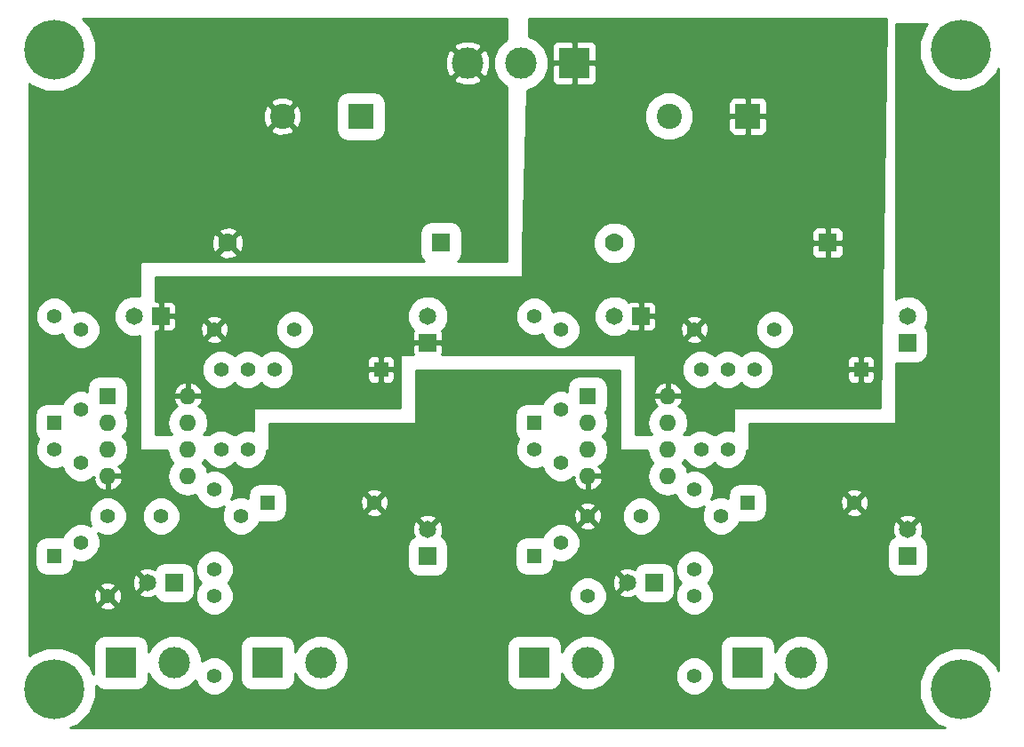
<source format=gtl>
G04 #@! TF.FileFunction,Copper,L1,Top,Signal*
%FSLAX46Y46*%
G04 Gerber Fmt 4.6, Leading zero omitted, Abs format (unit mm)*
G04 Created by KiCad (PCBNEW 4.0.7-e2-6376~60~ubuntu17.10.1) date Tue Mar 20 18:45:29 2018*
%MOMM*%
%LPD*%
G01*
G04 APERTURE LIST*
%ADD10C,0.100000*%
%ADD11R,3.000000X3.000000*%
%ADD12C,3.000000*%
%ADD13R,1.651000X1.651000*%
%ADD14C,1.651000*%
%ADD15R,1.778000X1.778000*%
%ADD16C,1.778000*%
%ADD17R,1.600000X1.600000*%
%ADD18O,1.600000X1.600000*%
%ADD19R,2.400000X2.400000*%
%ADD20C,2.400000*%
%ADD21R,1.397000X1.397000*%
%ADD22C,1.397000*%
%ADD23C,5.700000*%
%ADD24C,0.254000*%
G04 APERTURE END LIST*
D10*
D11*
X95250000Y-82550000D03*
D12*
X100330000Y-82550000D03*
D13*
X144780000Y-49530000D03*
D14*
X142240000Y-49530000D03*
D15*
X162560000Y-42545000D03*
D16*
X142240000Y-42545000D03*
D13*
X100330000Y-74930000D03*
D14*
X97790000Y-74930000D03*
D15*
X125730000Y-42545000D03*
D16*
X105410000Y-42545000D03*
D13*
X99060000Y-49530000D03*
D14*
X96520000Y-49530000D03*
D13*
X146050000Y-74930000D03*
D14*
X143510000Y-74930000D03*
D11*
X138430000Y-25400000D03*
D12*
X133350000Y-25400000D03*
X128270000Y-25400000D03*
D17*
X93980000Y-57150000D03*
D18*
X101600000Y-64770000D03*
X93980000Y-59690000D03*
X101600000Y-62230000D03*
X93980000Y-62230000D03*
X101600000Y-59690000D03*
X93980000Y-64770000D03*
X101600000Y-57150000D03*
D17*
X139700000Y-57150000D03*
D18*
X147320000Y-64770000D03*
X139700000Y-59690000D03*
X147320000Y-62230000D03*
X139700000Y-62230000D03*
X147320000Y-59690000D03*
X139700000Y-64770000D03*
X147320000Y-57150000D03*
D19*
X154940000Y-30480000D03*
D20*
X147440000Y-30480000D03*
D19*
X118110000Y-30480000D03*
D20*
X110610000Y-30480000D03*
D21*
X88900000Y-72390000D03*
D22*
X88900000Y-62230000D03*
D21*
X88900000Y-59690000D03*
D22*
X88900000Y-49530000D03*
D21*
X134620000Y-59690000D03*
D22*
X134620000Y-49530000D03*
D21*
X134620000Y-72390000D03*
D22*
X134620000Y-62230000D03*
X104140000Y-50800000D03*
X111760000Y-50800000D03*
X149860000Y-50800000D03*
X157480000Y-50800000D03*
X139700000Y-76200000D03*
X139700000Y-68580000D03*
X93980000Y-68580000D03*
X93980000Y-76200000D03*
X106680000Y-68580000D03*
X99060000Y-68580000D03*
X104775000Y-54610000D03*
X104775000Y-62230000D03*
X104140000Y-76200000D03*
X104140000Y-83820000D03*
X150495000Y-54610000D03*
X150495000Y-62230000D03*
X149860000Y-76200000D03*
X149860000Y-83820000D03*
X152400000Y-68580000D03*
X144780000Y-68580000D03*
X91440000Y-63500000D03*
X91440000Y-71120000D03*
X107315000Y-54610000D03*
X107315000Y-62230000D03*
X91440000Y-58420000D03*
X91440000Y-50800000D03*
X104140000Y-73660000D03*
X104140000Y-66040000D03*
X149860000Y-66040000D03*
X149860000Y-73660000D03*
X137160000Y-58420000D03*
X137160000Y-50800000D03*
X153035000Y-62230000D03*
X153035000Y-54610000D03*
X137160000Y-63500000D03*
X137160000Y-71120000D03*
D13*
X124460000Y-52070000D03*
D14*
X124460000Y-49530000D03*
D13*
X170180000Y-72390000D03*
D14*
X170180000Y-69850000D03*
D13*
X170180000Y-52070000D03*
D14*
X170180000Y-49530000D03*
D13*
X124460000Y-72390000D03*
D14*
X124460000Y-69850000D03*
D21*
X120015000Y-54610000D03*
D22*
X109855000Y-54610000D03*
D21*
X109220000Y-67310000D03*
D22*
X119380000Y-67310000D03*
D21*
X165735000Y-54610000D03*
D22*
X155575000Y-54610000D03*
D21*
X154940000Y-67310000D03*
D22*
X165100000Y-67310000D03*
D11*
X109220000Y-82550000D03*
D12*
X114300000Y-82550000D03*
D11*
X154940000Y-82550000D03*
D12*
X160020000Y-82550000D03*
D11*
X134620000Y-82550000D03*
D12*
X139700000Y-82550000D03*
D23*
X175260000Y-24130000D03*
X88900000Y-24130000D03*
X88900000Y-85090000D03*
X175260000Y-85090000D03*
D24*
G36*
X167515134Y-58293000D02*
X153670000Y-58293000D01*
X153620590Y-58303006D01*
X153578965Y-58331447D01*
X153551685Y-58373841D01*
X153543000Y-58420000D01*
X153543000Y-60464317D01*
X153399708Y-60404817D01*
X152673479Y-60404183D01*
X152002288Y-60681514D01*
X151850537Y-60833000D01*
X151679833Y-60833000D01*
X151530413Y-60683319D01*
X150859708Y-60404817D01*
X150133479Y-60404183D01*
X149462288Y-60681514D01*
X149310537Y-60833000D01*
X148867076Y-60833000D01*
X149138068Y-60427431D01*
X149284752Y-59690000D01*
X149138068Y-58952569D01*
X148720347Y-58327405D01*
X148366594Y-58091035D01*
X148551041Y-57887423D01*
X148711904Y-57499039D01*
X148589915Y-57277000D01*
X147447000Y-57277000D01*
X147447000Y-57297000D01*
X147193000Y-57297000D01*
X147193000Y-57277000D01*
X146050085Y-57277000D01*
X145928096Y-57499039D01*
X146088959Y-57887423D01*
X146273406Y-58091035D01*
X145919653Y-58327405D01*
X145501932Y-58952569D01*
X145355248Y-59690000D01*
X145501932Y-60427431D01*
X145772924Y-60833000D01*
X144272000Y-60833000D01*
X144272000Y-56800961D01*
X145928096Y-56800961D01*
X146050085Y-57023000D01*
X147193000Y-57023000D01*
X147193000Y-55879371D01*
X147447000Y-55879371D01*
X147447000Y-57023000D01*
X148589915Y-57023000D01*
X148711904Y-56800961D01*
X148551041Y-56412577D01*
X148175134Y-55997611D01*
X147669041Y-55758086D01*
X147447000Y-55879371D01*
X147193000Y-55879371D01*
X146970959Y-55758086D01*
X146464866Y-55997611D01*
X146088959Y-56412577D01*
X145928096Y-56800961D01*
X144272000Y-56800961D01*
X144272000Y-54971521D01*
X148669183Y-54971521D01*
X148946514Y-55642712D01*
X149459587Y-56156681D01*
X150130292Y-56435183D01*
X150856521Y-56435817D01*
X151527712Y-56158486D01*
X151764964Y-55921648D01*
X151999587Y-56156681D01*
X152670292Y-56435183D01*
X153396521Y-56435817D01*
X154067712Y-56158486D01*
X154304964Y-55921648D01*
X154539587Y-56156681D01*
X155210292Y-56435183D01*
X155936521Y-56435817D01*
X156607712Y-56158486D01*
X157121681Y-55645413D01*
X157400183Y-54974708D01*
X157400251Y-54895750D01*
X164401500Y-54895750D01*
X164401500Y-55434810D01*
X164498173Y-55668199D01*
X164676802Y-55846827D01*
X164910191Y-55943500D01*
X165449250Y-55943500D01*
X165608000Y-55784750D01*
X165608000Y-54737000D01*
X165862000Y-54737000D01*
X165862000Y-55784750D01*
X166020750Y-55943500D01*
X166559809Y-55943500D01*
X166793198Y-55846827D01*
X166971827Y-55668199D01*
X167068500Y-55434810D01*
X167068500Y-54895750D01*
X166909750Y-54737000D01*
X165862000Y-54737000D01*
X165608000Y-54737000D01*
X164560250Y-54737000D01*
X164401500Y-54895750D01*
X157400251Y-54895750D01*
X157400817Y-54248479D01*
X157209390Y-53785190D01*
X164401500Y-53785190D01*
X164401500Y-54324250D01*
X164560250Y-54483000D01*
X165608000Y-54483000D01*
X165608000Y-53435250D01*
X165862000Y-53435250D01*
X165862000Y-54483000D01*
X166909750Y-54483000D01*
X167068500Y-54324250D01*
X167068500Y-53785190D01*
X166971827Y-53551801D01*
X166793198Y-53373173D01*
X166559809Y-53276500D01*
X166020750Y-53276500D01*
X165862000Y-53435250D01*
X165608000Y-53435250D01*
X165449250Y-53276500D01*
X164910191Y-53276500D01*
X164676802Y-53373173D01*
X164498173Y-53551801D01*
X164401500Y-53785190D01*
X157209390Y-53785190D01*
X157123486Y-53577288D01*
X156610413Y-53063319D01*
X155939708Y-52784817D01*
X155213479Y-52784183D01*
X154542288Y-53061514D01*
X154305036Y-53298352D01*
X154070413Y-53063319D01*
X153399708Y-52784817D01*
X152673479Y-52784183D01*
X152002288Y-53061514D01*
X151765036Y-53298352D01*
X151530413Y-53063319D01*
X150859708Y-52784817D01*
X150133479Y-52784183D01*
X149462288Y-53061514D01*
X148948319Y-53574587D01*
X148669817Y-54245292D01*
X148669183Y-54971521D01*
X144272000Y-54971521D01*
X144272000Y-53340000D01*
X144261994Y-53290590D01*
X144233553Y-53248965D01*
X144191159Y-53221685D01*
X144145000Y-53213000D01*
X125841306Y-53213000D01*
X125920500Y-53021809D01*
X125920500Y-52355750D01*
X125761750Y-52197000D01*
X124587000Y-52197000D01*
X124587000Y-52217000D01*
X124333000Y-52217000D01*
X124333000Y-52197000D01*
X123158250Y-52197000D01*
X122999500Y-52355750D01*
X122999500Y-53021809D01*
X123078694Y-53213000D01*
X121920000Y-53213000D01*
X121870590Y-53223006D01*
X121828965Y-53251447D01*
X121801685Y-53293841D01*
X121793000Y-53340000D01*
X121793000Y-58293000D01*
X107950000Y-58293000D01*
X107900590Y-58303006D01*
X107858965Y-58331447D01*
X107831685Y-58373841D01*
X107823000Y-58420000D01*
X107823000Y-60464317D01*
X107679708Y-60404817D01*
X106953479Y-60404183D01*
X106282288Y-60681514D01*
X106130537Y-60833000D01*
X105959833Y-60833000D01*
X105810413Y-60683319D01*
X105139708Y-60404817D01*
X104413479Y-60404183D01*
X103742288Y-60681514D01*
X103590537Y-60833000D01*
X103147076Y-60833000D01*
X103418068Y-60427431D01*
X103564752Y-59690000D01*
X103418068Y-58952569D01*
X103000347Y-58327405D01*
X102646594Y-58091035D01*
X102831041Y-57887423D01*
X102991904Y-57499039D01*
X102869915Y-57277000D01*
X101727000Y-57277000D01*
X101727000Y-57297000D01*
X101473000Y-57297000D01*
X101473000Y-57277000D01*
X100330085Y-57277000D01*
X100208096Y-57499039D01*
X100368959Y-57887423D01*
X100553406Y-58091035D01*
X100199653Y-58327405D01*
X99781932Y-58952569D01*
X99635248Y-59690000D01*
X99781932Y-60427431D01*
X100052924Y-60833000D01*
X98552000Y-60833000D01*
X98552000Y-56800961D01*
X100208096Y-56800961D01*
X100330085Y-57023000D01*
X101473000Y-57023000D01*
X101473000Y-55879371D01*
X101727000Y-55879371D01*
X101727000Y-57023000D01*
X102869915Y-57023000D01*
X102991904Y-56800961D01*
X102831041Y-56412577D01*
X102455134Y-55997611D01*
X101949041Y-55758086D01*
X101727000Y-55879371D01*
X101473000Y-55879371D01*
X101250959Y-55758086D01*
X100744866Y-55997611D01*
X100368959Y-56412577D01*
X100208096Y-56800961D01*
X98552000Y-56800961D01*
X98552000Y-54971521D01*
X102949183Y-54971521D01*
X103226514Y-55642712D01*
X103739587Y-56156681D01*
X104410292Y-56435183D01*
X105136521Y-56435817D01*
X105807712Y-56158486D01*
X106044964Y-55921648D01*
X106279587Y-56156681D01*
X106950292Y-56435183D01*
X107676521Y-56435817D01*
X108347712Y-56158486D01*
X108584964Y-55921648D01*
X108819587Y-56156681D01*
X109490292Y-56435183D01*
X110216521Y-56435817D01*
X110887712Y-56158486D01*
X111401681Y-55645413D01*
X111680183Y-54974708D01*
X111680251Y-54895750D01*
X118681500Y-54895750D01*
X118681500Y-55434810D01*
X118778173Y-55668199D01*
X118956802Y-55846827D01*
X119190191Y-55943500D01*
X119729250Y-55943500D01*
X119888000Y-55784750D01*
X119888000Y-54737000D01*
X120142000Y-54737000D01*
X120142000Y-55784750D01*
X120300750Y-55943500D01*
X120839809Y-55943500D01*
X121073198Y-55846827D01*
X121251827Y-55668199D01*
X121348500Y-55434810D01*
X121348500Y-54895750D01*
X121189750Y-54737000D01*
X120142000Y-54737000D01*
X119888000Y-54737000D01*
X118840250Y-54737000D01*
X118681500Y-54895750D01*
X111680251Y-54895750D01*
X111680817Y-54248479D01*
X111489390Y-53785190D01*
X118681500Y-53785190D01*
X118681500Y-54324250D01*
X118840250Y-54483000D01*
X119888000Y-54483000D01*
X119888000Y-53435250D01*
X120142000Y-53435250D01*
X120142000Y-54483000D01*
X121189750Y-54483000D01*
X121348500Y-54324250D01*
X121348500Y-53785190D01*
X121251827Y-53551801D01*
X121073198Y-53373173D01*
X120839809Y-53276500D01*
X120300750Y-53276500D01*
X120142000Y-53435250D01*
X119888000Y-53435250D01*
X119729250Y-53276500D01*
X119190191Y-53276500D01*
X118956802Y-53373173D01*
X118778173Y-53551801D01*
X118681500Y-53785190D01*
X111489390Y-53785190D01*
X111403486Y-53577288D01*
X110890413Y-53063319D01*
X110219708Y-52784817D01*
X109493479Y-52784183D01*
X108822288Y-53061514D01*
X108585036Y-53298352D01*
X108350413Y-53063319D01*
X107679708Y-52784817D01*
X106953479Y-52784183D01*
X106282288Y-53061514D01*
X106045036Y-53298352D01*
X105810413Y-53063319D01*
X105139708Y-52784817D01*
X104413479Y-52784183D01*
X103742288Y-53061514D01*
X103228319Y-53574587D01*
X102949817Y-54245292D01*
X102949183Y-54971521D01*
X98552000Y-54971521D01*
X98552000Y-51734188D01*
X103385417Y-51734188D01*
X103447071Y-51969800D01*
X103947480Y-52145927D01*
X104477199Y-52117148D01*
X104832929Y-51969800D01*
X104894583Y-51734188D01*
X104140000Y-50979605D01*
X103385417Y-51734188D01*
X98552000Y-51734188D01*
X98552000Y-50990500D01*
X98774250Y-50990500D01*
X98933000Y-50831750D01*
X98933000Y-49657000D01*
X99187000Y-49657000D01*
X99187000Y-50831750D01*
X99345750Y-50990500D01*
X100011809Y-50990500D01*
X100245198Y-50893827D01*
X100423827Y-50715199D01*
X100468445Y-50607480D01*
X102794073Y-50607480D01*
X102822852Y-51137199D01*
X102970200Y-51492929D01*
X103205812Y-51554583D01*
X103960395Y-50800000D01*
X104319605Y-50800000D01*
X105074188Y-51554583D01*
X105309800Y-51492929D01*
X105426444Y-51161521D01*
X109934183Y-51161521D01*
X110211514Y-51832712D01*
X110724587Y-52346681D01*
X111395292Y-52625183D01*
X112121521Y-52625817D01*
X112792712Y-52348486D01*
X113306681Y-51835413D01*
X113585183Y-51164708D01*
X113585817Y-50438479D01*
X113370211Y-49916672D01*
X122507162Y-49916672D01*
X122803786Y-50634558D01*
X123083686Y-50914947D01*
X122999500Y-51118191D01*
X122999500Y-51784250D01*
X123158250Y-51943000D01*
X124333000Y-51943000D01*
X124333000Y-51923000D01*
X124587000Y-51923000D01*
X124587000Y-51943000D01*
X125761750Y-51943000D01*
X125920500Y-51784250D01*
X125920500Y-51118191D01*
X125836309Y-50914937D01*
X126114284Y-50637447D01*
X126412161Y-49920080D01*
X126412185Y-49891521D01*
X132794183Y-49891521D01*
X133071514Y-50562712D01*
X133584587Y-51076681D01*
X134255292Y-51355183D01*
X134981521Y-51355817D01*
X135351328Y-51203015D01*
X135611514Y-51832712D01*
X136124587Y-52346681D01*
X136795292Y-52625183D01*
X137521521Y-52625817D01*
X138192712Y-52348486D01*
X138706681Y-51835413D01*
X138748713Y-51734188D01*
X149105417Y-51734188D01*
X149167071Y-51969800D01*
X149667480Y-52145927D01*
X150197199Y-52117148D01*
X150552929Y-51969800D01*
X150614583Y-51734188D01*
X149860000Y-50979605D01*
X149105417Y-51734188D01*
X138748713Y-51734188D01*
X138985183Y-51164708D01*
X138985817Y-50438479D01*
X138770211Y-49916672D01*
X140287162Y-49916672D01*
X140583786Y-50634558D01*
X141132553Y-51184284D01*
X141849920Y-51482161D01*
X142626672Y-51482838D01*
X143344558Y-51186214D01*
X143624947Y-50906314D01*
X143828191Y-50990500D01*
X144494250Y-50990500D01*
X144653000Y-50831750D01*
X144653000Y-49657000D01*
X144907000Y-49657000D01*
X144907000Y-50831750D01*
X145065750Y-50990500D01*
X145731809Y-50990500D01*
X145965198Y-50893827D01*
X146143827Y-50715199D01*
X146188445Y-50607480D01*
X148514073Y-50607480D01*
X148542852Y-51137199D01*
X148690200Y-51492929D01*
X148925812Y-51554583D01*
X149680395Y-50800000D01*
X150039605Y-50800000D01*
X150794188Y-51554583D01*
X151029800Y-51492929D01*
X151146444Y-51161521D01*
X155654183Y-51161521D01*
X155931514Y-51832712D01*
X156444587Y-52346681D01*
X157115292Y-52625183D01*
X157841521Y-52625817D01*
X158512712Y-52348486D01*
X159026681Y-51835413D01*
X159305183Y-51164708D01*
X159305817Y-50438479D01*
X159028486Y-49767288D01*
X158515413Y-49253319D01*
X157844708Y-48974817D01*
X157118479Y-48974183D01*
X156447288Y-49251514D01*
X155933319Y-49764587D01*
X155654817Y-50435292D01*
X155654183Y-51161521D01*
X151146444Y-51161521D01*
X151205927Y-50992520D01*
X151177148Y-50462801D01*
X151029800Y-50107071D01*
X150794188Y-50045417D01*
X150039605Y-50800000D01*
X149680395Y-50800000D01*
X148925812Y-50045417D01*
X148690200Y-50107071D01*
X148514073Y-50607480D01*
X146188445Y-50607480D01*
X146240500Y-50481810D01*
X146240500Y-49865812D01*
X149105417Y-49865812D01*
X149860000Y-50620395D01*
X150614583Y-49865812D01*
X150552929Y-49630200D01*
X150052520Y-49454073D01*
X149522801Y-49482852D01*
X149167071Y-49630200D01*
X149105417Y-49865812D01*
X146240500Y-49865812D01*
X146240500Y-49815750D01*
X146081750Y-49657000D01*
X144907000Y-49657000D01*
X144653000Y-49657000D01*
X144633000Y-49657000D01*
X144633000Y-49403000D01*
X144653000Y-49403000D01*
X144653000Y-48228250D01*
X144907000Y-48228250D01*
X144907000Y-49403000D01*
X146081750Y-49403000D01*
X146240500Y-49244250D01*
X146240500Y-48578190D01*
X146143827Y-48344801D01*
X145965198Y-48166173D01*
X145731809Y-48069500D01*
X145065750Y-48069500D01*
X144907000Y-48228250D01*
X144653000Y-48228250D01*
X144494250Y-48069500D01*
X143828191Y-48069500D01*
X143624937Y-48153691D01*
X143347447Y-47875716D01*
X142630080Y-47577839D01*
X141853328Y-47577162D01*
X141135442Y-47873786D01*
X140585716Y-48422553D01*
X140287839Y-49139920D01*
X140287162Y-49916672D01*
X138770211Y-49916672D01*
X138708486Y-49767288D01*
X138195413Y-49253319D01*
X137524708Y-48974817D01*
X136798479Y-48974183D01*
X136428672Y-49126985D01*
X136168486Y-48497288D01*
X135655413Y-47983319D01*
X134984708Y-47704817D01*
X134258479Y-47704183D01*
X133587288Y-47981514D01*
X133073319Y-48494587D01*
X132794817Y-49165292D01*
X132794183Y-49891521D01*
X126412185Y-49891521D01*
X126412838Y-49143328D01*
X126116214Y-48425442D01*
X125567447Y-47875716D01*
X124850080Y-47577839D01*
X124073328Y-47577162D01*
X123355442Y-47873786D01*
X122805716Y-48422553D01*
X122507839Y-49139920D01*
X122507162Y-49916672D01*
X113370211Y-49916672D01*
X113308486Y-49767288D01*
X112795413Y-49253319D01*
X112124708Y-48974817D01*
X111398479Y-48974183D01*
X110727288Y-49251514D01*
X110213319Y-49764587D01*
X109934817Y-50435292D01*
X109934183Y-51161521D01*
X105426444Y-51161521D01*
X105485927Y-50992520D01*
X105457148Y-50462801D01*
X105309800Y-50107071D01*
X105074188Y-50045417D01*
X104319605Y-50800000D01*
X103960395Y-50800000D01*
X103205812Y-50045417D01*
X102970200Y-50107071D01*
X102794073Y-50607480D01*
X100468445Y-50607480D01*
X100520500Y-50481810D01*
X100520500Y-49865812D01*
X103385417Y-49865812D01*
X104140000Y-50620395D01*
X104894583Y-49865812D01*
X104832929Y-49630200D01*
X104332520Y-49454073D01*
X103802801Y-49482852D01*
X103447071Y-49630200D01*
X103385417Y-49865812D01*
X100520500Y-49865812D01*
X100520500Y-49815750D01*
X100361750Y-49657000D01*
X99187000Y-49657000D01*
X98933000Y-49657000D01*
X98913000Y-49657000D01*
X98913000Y-49403000D01*
X98933000Y-49403000D01*
X98933000Y-48228250D01*
X99187000Y-48228250D01*
X99187000Y-49403000D01*
X100361750Y-49403000D01*
X100520500Y-49244250D01*
X100520500Y-48578190D01*
X100423827Y-48344801D01*
X100245198Y-48166173D01*
X100011809Y-48069500D01*
X99345750Y-48069500D01*
X99187000Y-48228250D01*
X98933000Y-48228250D01*
X98774250Y-48069500D01*
X98552000Y-48069500D01*
X98552000Y-45847000D01*
X133350000Y-45847000D01*
X133399410Y-45836994D01*
X133441035Y-45808553D01*
X133468315Y-45766159D01*
X133476958Y-45723255D01*
X133548214Y-42944248D01*
X140223651Y-42944248D01*
X140529922Y-43685481D01*
X141096537Y-44253085D01*
X141837233Y-44560650D01*
X142639248Y-44561349D01*
X143380481Y-44255078D01*
X143948085Y-43688463D01*
X144255650Y-42947767D01*
X144255751Y-42830750D01*
X161036000Y-42830750D01*
X161036000Y-43560310D01*
X161132673Y-43793699D01*
X161311302Y-43972327D01*
X161544691Y-44069000D01*
X162274250Y-44069000D01*
X162433000Y-43910250D01*
X162433000Y-42672000D01*
X162687000Y-42672000D01*
X162687000Y-43910250D01*
X162845750Y-44069000D01*
X163575309Y-44069000D01*
X163808698Y-43972327D01*
X163987327Y-43793699D01*
X164084000Y-43560310D01*
X164084000Y-42830750D01*
X163925250Y-42672000D01*
X162687000Y-42672000D01*
X162433000Y-42672000D01*
X161194750Y-42672000D01*
X161036000Y-42830750D01*
X144255751Y-42830750D01*
X144256349Y-42145752D01*
X144001798Y-41529690D01*
X161036000Y-41529690D01*
X161036000Y-42259250D01*
X161194750Y-42418000D01*
X162433000Y-42418000D01*
X162433000Y-41179750D01*
X162687000Y-41179750D01*
X162687000Y-42418000D01*
X163925250Y-42418000D01*
X164084000Y-42259250D01*
X164084000Y-41529690D01*
X163987327Y-41296301D01*
X163808698Y-41117673D01*
X163575309Y-41021000D01*
X162845750Y-41021000D01*
X162687000Y-41179750D01*
X162433000Y-41179750D01*
X162274250Y-41021000D01*
X161544691Y-41021000D01*
X161311302Y-41117673D01*
X161132673Y-41296301D01*
X161036000Y-41529690D01*
X144001798Y-41529690D01*
X143950078Y-41404519D01*
X143383463Y-40836915D01*
X142642767Y-40529350D01*
X141840752Y-40528651D01*
X141099519Y-40834922D01*
X140531915Y-41401537D01*
X140224350Y-42142233D01*
X140223651Y-42944248D01*
X133548214Y-42944248D01*
X133855994Y-30940838D01*
X145112597Y-30940838D01*
X145466115Y-31796418D01*
X146120139Y-32451585D01*
X146975100Y-32806596D01*
X147900838Y-32807403D01*
X148756418Y-32453885D01*
X149411585Y-31799861D01*
X149766596Y-30944900D01*
X149766752Y-30765750D01*
X153105000Y-30765750D01*
X153105000Y-31806310D01*
X153201673Y-32039699D01*
X153380302Y-32218327D01*
X153613691Y-32315000D01*
X154654250Y-32315000D01*
X154813000Y-32156250D01*
X154813000Y-30607000D01*
X155067000Y-30607000D01*
X155067000Y-32156250D01*
X155225750Y-32315000D01*
X156266309Y-32315000D01*
X156499698Y-32218327D01*
X156678327Y-32039699D01*
X156775000Y-31806310D01*
X156775000Y-30765750D01*
X156616250Y-30607000D01*
X155067000Y-30607000D01*
X154813000Y-30607000D01*
X153263750Y-30607000D01*
X153105000Y-30765750D01*
X149766752Y-30765750D01*
X149767403Y-30019162D01*
X149413885Y-29163582D01*
X149404011Y-29153690D01*
X153105000Y-29153690D01*
X153105000Y-30194250D01*
X153263750Y-30353000D01*
X154813000Y-30353000D01*
X154813000Y-28803750D01*
X155067000Y-28803750D01*
X155067000Y-30353000D01*
X156616250Y-30353000D01*
X156775000Y-30194250D01*
X156775000Y-29153690D01*
X156678327Y-28920301D01*
X156499698Y-28741673D01*
X156266309Y-28645000D01*
X155225750Y-28645000D01*
X155067000Y-28803750D01*
X154813000Y-28803750D01*
X154654250Y-28645000D01*
X153613691Y-28645000D01*
X153380302Y-28741673D01*
X153201673Y-28920301D01*
X153105000Y-29153690D01*
X149404011Y-29153690D01*
X148759861Y-28508415D01*
X147904900Y-28153404D01*
X146979162Y-28152597D01*
X146123582Y-28506115D01*
X145468415Y-29160139D01*
X145113404Y-30015100D01*
X145112597Y-30940838D01*
X133855994Y-30940838D01*
X133931344Y-28002212D01*
X134836132Y-27628361D01*
X135575764Y-26890019D01*
X135976543Y-25924835D01*
X135976751Y-25685750D01*
X136295000Y-25685750D01*
X136295000Y-27026310D01*
X136391673Y-27259699D01*
X136570302Y-27438327D01*
X136803691Y-27535000D01*
X138144250Y-27535000D01*
X138303000Y-27376250D01*
X138303000Y-25527000D01*
X138557000Y-25527000D01*
X138557000Y-27376250D01*
X138715750Y-27535000D01*
X140056309Y-27535000D01*
X140289698Y-27438327D01*
X140468327Y-27259699D01*
X140565000Y-27026310D01*
X140565000Y-25685750D01*
X140406250Y-25527000D01*
X138557000Y-25527000D01*
X138303000Y-25527000D01*
X136453750Y-25527000D01*
X136295000Y-25685750D01*
X135976751Y-25685750D01*
X135977455Y-24879750D01*
X135578361Y-23913868D01*
X135438428Y-23773690D01*
X136295000Y-23773690D01*
X136295000Y-25114250D01*
X136453750Y-25273000D01*
X138303000Y-25273000D01*
X138303000Y-23423750D01*
X138557000Y-23423750D01*
X138557000Y-25273000D01*
X140406250Y-25273000D01*
X140565000Y-25114250D01*
X140565000Y-23773690D01*
X140468327Y-23540301D01*
X140289698Y-23361673D01*
X140056309Y-23265000D01*
X138715750Y-23265000D01*
X138557000Y-23423750D01*
X138303000Y-23423750D01*
X138144250Y-23265000D01*
X136803691Y-23265000D01*
X136570302Y-23361673D01*
X136391673Y-23540301D01*
X136295000Y-23773690D01*
X135438428Y-23773690D01*
X134840019Y-23174236D01*
X134063407Y-22851759D01*
X134106349Y-21177000D01*
X168144219Y-21177000D01*
X167515134Y-58293000D01*
X167515134Y-58293000D01*
G37*
X167515134Y-58293000D02*
X153670000Y-58293000D01*
X153620590Y-58303006D01*
X153578965Y-58331447D01*
X153551685Y-58373841D01*
X153543000Y-58420000D01*
X153543000Y-60464317D01*
X153399708Y-60404817D01*
X152673479Y-60404183D01*
X152002288Y-60681514D01*
X151850537Y-60833000D01*
X151679833Y-60833000D01*
X151530413Y-60683319D01*
X150859708Y-60404817D01*
X150133479Y-60404183D01*
X149462288Y-60681514D01*
X149310537Y-60833000D01*
X148867076Y-60833000D01*
X149138068Y-60427431D01*
X149284752Y-59690000D01*
X149138068Y-58952569D01*
X148720347Y-58327405D01*
X148366594Y-58091035D01*
X148551041Y-57887423D01*
X148711904Y-57499039D01*
X148589915Y-57277000D01*
X147447000Y-57277000D01*
X147447000Y-57297000D01*
X147193000Y-57297000D01*
X147193000Y-57277000D01*
X146050085Y-57277000D01*
X145928096Y-57499039D01*
X146088959Y-57887423D01*
X146273406Y-58091035D01*
X145919653Y-58327405D01*
X145501932Y-58952569D01*
X145355248Y-59690000D01*
X145501932Y-60427431D01*
X145772924Y-60833000D01*
X144272000Y-60833000D01*
X144272000Y-56800961D01*
X145928096Y-56800961D01*
X146050085Y-57023000D01*
X147193000Y-57023000D01*
X147193000Y-55879371D01*
X147447000Y-55879371D01*
X147447000Y-57023000D01*
X148589915Y-57023000D01*
X148711904Y-56800961D01*
X148551041Y-56412577D01*
X148175134Y-55997611D01*
X147669041Y-55758086D01*
X147447000Y-55879371D01*
X147193000Y-55879371D01*
X146970959Y-55758086D01*
X146464866Y-55997611D01*
X146088959Y-56412577D01*
X145928096Y-56800961D01*
X144272000Y-56800961D01*
X144272000Y-54971521D01*
X148669183Y-54971521D01*
X148946514Y-55642712D01*
X149459587Y-56156681D01*
X150130292Y-56435183D01*
X150856521Y-56435817D01*
X151527712Y-56158486D01*
X151764964Y-55921648D01*
X151999587Y-56156681D01*
X152670292Y-56435183D01*
X153396521Y-56435817D01*
X154067712Y-56158486D01*
X154304964Y-55921648D01*
X154539587Y-56156681D01*
X155210292Y-56435183D01*
X155936521Y-56435817D01*
X156607712Y-56158486D01*
X157121681Y-55645413D01*
X157400183Y-54974708D01*
X157400251Y-54895750D01*
X164401500Y-54895750D01*
X164401500Y-55434810D01*
X164498173Y-55668199D01*
X164676802Y-55846827D01*
X164910191Y-55943500D01*
X165449250Y-55943500D01*
X165608000Y-55784750D01*
X165608000Y-54737000D01*
X165862000Y-54737000D01*
X165862000Y-55784750D01*
X166020750Y-55943500D01*
X166559809Y-55943500D01*
X166793198Y-55846827D01*
X166971827Y-55668199D01*
X167068500Y-55434810D01*
X167068500Y-54895750D01*
X166909750Y-54737000D01*
X165862000Y-54737000D01*
X165608000Y-54737000D01*
X164560250Y-54737000D01*
X164401500Y-54895750D01*
X157400251Y-54895750D01*
X157400817Y-54248479D01*
X157209390Y-53785190D01*
X164401500Y-53785190D01*
X164401500Y-54324250D01*
X164560250Y-54483000D01*
X165608000Y-54483000D01*
X165608000Y-53435250D01*
X165862000Y-53435250D01*
X165862000Y-54483000D01*
X166909750Y-54483000D01*
X167068500Y-54324250D01*
X167068500Y-53785190D01*
X166971827Y-53551801D01*
X166793198Y-53373173D01*
X166559809Y-53276500D01*
X166020750Y-53276500D01*
X165862000Y-53435250D01*
X165608000Y-53435250D01*
X165449250Y-53276500D01*
X164910191Y-53276500D01*
X164676802Y-53373173D01*
X164498173Y-53551801D01*
X164401500Y-53785190D01*
X157209390Y-53785190D01*
X157123486Y-53577288D01*
X156610413Y-53063319D01*
X155939708Y-52784817D01*
X155213479Y-52784183D01*
X154542288Y-53061514D01*
X154305036Y-53298352D01*
X154070413Y-53063319D01*
X153399708Y-52784817D01*
X152673479Y-52784183D01*
X152002288Y-53061514D01*
X151765036Y-53298352D01*
X151530413Y-53063319D01*
X150859708Y-52784817D01*
X150133479Y-52784183D01*
X149462288Y-53061514D01*
X148948319Y-53574587D01*
X148669817Y-54245292D01*
X148669183Y-54971521D01*
X144272000Y-54971521D01*
X144272000Y-53340000D01*
X144261994Y-53290590D01*
X144233553Y-53248965D01*
X144191159Y-53221685D01*
X144145000Y-53213000D01*
X125841306Y-53213000D01*
X125920500Y-53021809D01*
X125920500Y-52355750D01*
X125761750Y-52197000D01*
X124587000Y-52197000D01*
X124587000Y-52217000D01*
X124333000Y-52217000D01*
X124333000Y-52197000D01*
X123158250Y-52197000D01*
X122999500Y-52355750D01*
X122999500Y-53021809D01*
X123078694Y-53213000D01*
X121920000Y-53213000D01*
X121870590Y-53223006D01*
X121828965Y-53251447D01*
X121801685Y-53293841D01*
X121793000Y-53340000D01*
X121793000Y-58293000D01*
X107950000Y-58293000D01*
X107900590Y-58303006D01*
X107858965Y-58331447D01*
X107831685Y-58373841D01*
X107823000Y-58420000D01*
X107823000Y-60464317D01*
X107679708Y-60404817D01*
X106953479Y-60404183D01*
X106282288Y-60681514D01*
X106130537Y-60833000D01*
X105959833Y-60833000D01*
X105810413Y-60683319D01*
X105139708Y-60404817D01*
X104413479Y-60404183D01*
X103742288Y-60681514D01*
X103590537Y-60833000D01*
X103147076Y-60833000D01*
X103418068Y-60427431D01*
X103564752Y-59690000D01*
X103418068Y-58952569D01*
X103000347Y-58327405D01*
X102646594Y-58091035D01*
X102831041Y-57887423D01*
X102991904Y-57499039D01*
X102869915Y-57277000D01*
X101727000Y-57277000D01*
X101727000Y-57297000D01*
X101473000Y-57297000D01*
X101473000Y-57277000D01*
X100330085Y-57277000D01*
X100208096Y-57499039D01*
X100368959Y-57887423D01*
X100553406Y-58091035D01*
X100199653Y-58327405D01*
X99781932Y-58952569D01*
X99635248Y-59690000D01*
X99781932Y-60427431D01*
X100052924Y-60833000D01*
X98552000Y-60833000D01*
X98552000Y-56800961D01*
X100208096Y-56800961D01*
X100330085Y-57023000D01*
X101473000Y-57023000D01*
X101473000Y-55879371D01*
X101727000Y-55879371D01*
X101727000Y-57023000D01*
X102869915Y-57023000D01*
X102991904Y-56800961D01*
X102831041Y-56412577D01*
X102455134Y-55997611D01*
X101949041Y-55758086D01*
X101727000Y-55879371D01*
X101473000Y-55879371D01*
X101250959Y-55758086D01*
X100744866Y-55997611D01*
X100368959Y-56412577D01*
X100208096Y-56800961D01*
X98552000Y-56800961D01*
X98552000Y-54971521D01*
X102949183Y-54971521D01*
X103226514Y-55642712D01*
X103739587Y-56156681D01*
X104410292Y-56435183D01*
X105136521Y-56435817D01*
X105807712Y-56158486D01*
X106044964Y-55921648D01*
X106279587Y-56156681D01*
X106950292Y-56435183D01*
X107676521Y-56435817D01*
X108347712Y-56158486D01*
X108584964Y-55921648D01*
X108819587Y-56156681D01*
X109490292Y-56435183D01*
X110216521Y-56435817D01*
X110887712Y-56158486D01*
X111401681Y-55645413D01*
X111680183Y-54974708D01*
X111680251Y-54895750D01*
X118681500Y-54895750D01*
X118681500Y-55434810D01*
X118778173Y-55668199D01*
X118956802Y-55846827D01*
X119190191Y-55943500D01*
X119729250Y-55943500D01*
X119888000Y-55784750D01*
X119888000Y-54737000D01*
X120142000Y-54737000D01*
X120142000Y-55784750D01*
X120300750Y-55943500D01*
X120839809Y-55943500D01*
X121073198Y-55846827D01*
X121251827Y-55668199D01*
X121348500Y-55434810D01*
X121348500Y-54895750D01*
X121189750Y-54737000D01*
X120142000Y-54737000D01*
X119888000Y-54737000D01*
X118840250Y-54737000D01*
X118681500Y-54895750D01*
X111680251Y-54895750D01*
X111680817Y-54248479D01*
X111489390Y-53785190D01*
X118681500Y-53785190D01*
X118681500Y-54324250D01*
X118840250Y-54483000D01*
X119888000Y-54483000D01*
X119888000Y-53435250D01*
X120142000Y-53435250D01*
X120142000Y-54483000D01*
X121189750Y-54483000D01*
X121348500Y-54324250D01*
X121348500Y-53785190D01*
X121251827Y-53551801D01*
X121073198Y-53373173D01*
X120839809Y-53276500D01*
X120300750Y-53276500D01*
X120142000Y-53435250D01*
X119888000Y-53435250D01*
X119729250Y-53276500D01*
X119190191Y-53276500D01*
X118956802Y-53373173D01*
X118778173Y-53551801D01*
X118681500Y-53785190D01*
X111489390Y-53785190D01*
X111403486Y-53577288D01*
X110890413Y-53063319D01*
X110219708Y-52784817D01*
X109493479Y-52784183D01*
X108822288Y-53061514D01*
X108585036Y-53298352D01*
X108350413Y-53063319D01*
X107679708Y-52784817D01*
X106953479Y-52784183D01*
X106282288Y-53061514D01*
X106045036Y-53298352D01*
X105810413Y-53063319D01*
X105139708Y-52784817D01*
X104413479Y-52784183D01*
X103742288Y-53061514D01*
X103228319Y-53574587D01*
X102949817Y-54245292D01*
X102949183Y-54971521D01*
X98552000Y-54971521D01*
X98552000Y-51734188D01*
X103385417Y-51734188D01*
X103447071Y-51969800D01*
X103947480Y-52145927D01*
X104477199Y-52117148D01*
X104832929Y-51969800D01*
X104894583Y-51734188D01*
X104140000Y-50979605D01*
X103385417Y-51734188D01*
X98552000Y-51734188D01*
X98552000Y-50990500D01*
X98774250Y-50990500D01*
X98933000Y-50831750D01*
X98933000Y-49657000D01*
X99187000Y-49657000D01*
X99187000Y-50831750D01*
X99345750Y-50990500D01*
X100011809Y-50990500D01*
X100245198Y-50893827D01*
X100423827Y-50715199D01*
X100468445Y-50607480D01*
X102794073Y-50607480D01*
X102822852Y-51137199D01*
X102970200Y-51492929D01*
X103205812Y-51554583D01*
X103960395Y-50800000D01*
X104319605Y-50800000D01*
X105074188Y-51554583D01*
X105309800Y-51492929D01*
X105426444Y-51161521D01*
X109934183Y-51161521D01*
X110211514Y-51832712D01*
X110724587Y-52346681D01*
X111395292Y-52625183D01*
X112121521Y-52625817D01*
X112792712Y-52348486D01*
X113306681Y-51835413D01*
X113585183Y-51164708D01*
X113585817Y-50438479D01*
X113370211Y-49916672D01*
X122507162Y-49916672D01*
X122803786Y-50634558D01*
X123083686Y-50914947D01*
X122999500Y-51118191D01*
X122999500Y-51784250D01*
X123158250Y-51943000D01*
X124333000Y-51943000D01*
X124333000Y-51923000D01*
X124587000Y-51923000D01*
X124587000Y-51943000D01*
X125761750Y-51943000D01*
X125920500Y-51784250D01*
X125920500Y-51118191D01*
X125836309Y-50914937D01*
X126114284Y-50637447D01*
X126412161Y-49920080D01*
X126412185Y-49891521D01*
X132794183Y-49891521D01*
X133071514Y-50562712D01*
X133584587Y-51076681D01*
X134255292Y-51355183D01*
X134981521Y-51355817D01*
X135351328Y-51203015D01*
X135611514Y-51832712D01*
X136124587Y-52346681D01*
X136795292Y-52625183D01*
X137521521Y-52625817D01*
X138192712Y-52348486D01*
X138706681Y-51835413D01*
X138748713Y-51734188D01*
X149105417Y-51734188D01*
X149167071Y-51969800D01*
X149667480Y-52145927D01*
X150197199Y-52117148D01*
X150552929Y-51969800D01*
X150614583Y-51734188D01*
X149860000Y-50979605D01*
X149105417Y-51734188D01*
X138748713Y-51734188D01*
X138985183Y-51164708D01*
X138985817Y-50438479D01*
X138770211Y-49916672D01*
X140287162Y-49916672D01*
X140583786Y-50634558D01*
X141132553Y-51184284D01*
X141849920Y-51482161D01*
X142626672Y-51482838D01*
X143344558Y-51186214D01*
X143624947Y-50906314D01*
X143828191Y-50990500D01*
X144494250Y-50990500D01*
X144653000Y-50831750D01*
X144653000Y-49657000D01*
X144907000Y-49657000D01*
X144907000Y-50831750D01*
X145065750Y-50990500D01*
X145731809Y-50990500D01*
X145965198Y-50893827D01*
X146143827Y-50715199D01*
X146188445Y-50607480D01*
X148514073Y-50607480D01*
X148542852Y-51137199D01*
X148690200Y-51492929D01*
X148925812Y-51554583D01*
X149680395Y-50800000D01*
X150039605Y-50800000D01*
X150794188Y-51554583D01*
X151029800Y-51492929D01*
X151146444Y-51161521D01*
X155654183Y-51161521D01*
X155931514Y-51832712D01*
X156444587Y-52346681D01*
X157115292Y-52625183D01*
X157841521Y-52625817D01*
X158512712Y-52348486D01*
X159026681Y-51835413D01*
X159305183Y-51164708D01*
X159305817Y-50438479D01*
X159028486Y-49767288D01*
X158515413Y-49253319D01*
X157844708Y-48974817D01*
X157118479Y-48974183D01*
X156447288Y-49251514D01*
X155933319Y-49764587D01*
X155654817Y-50435292D01*
X155654183Y-51161521D01*
X151146444Y-51161521D01*
X151205927Y-50992520D01*
X151177148Y-50462801D01*
X151029800Y-50107071D01*
X150794188Y-50045417D01*
X150039605Y-50800000D01*
X149680395Y-50800000D01*
X148925812Y-50045417D01*
X148690200Y-50107071D01*
X148514073Y-50607480D01*
X146188445Y-50607480D01*
X146240500Y-50481810D01*
X146240500Y-49865812D01*
X149105417Y-49865812D01*
X149860000Y-50620395D01*
X150614583Y-49865812D01*
X150552929Y-49630200D01*
X150052520Y-49454073D01*
X149522801Y-49482852D01*
X149167071Y-49630200D01*
X149105417Y-49865812D01*
X146240500Y-49865812D01*
X146240500Y-49815750D01*
X146081750Y-49657000D01*
X144907000Y-49657000D01*
X144653000Y-49657000D01*
X144633000Y-49657000D01*
X144633000Y-49403000D01*
X144653000Y-49403000D01*
X144653000Y-48228250D01*
X144907000Y-48228250D01*
X144907000Y-49403000D01*
X146081750Y-49403000D01*
X146240500Y-49244250D01*
X146240500Y-48578190D01*
X146143827Y-48344801D01*
X145965198Y-48166173D01*
X145731809Y-48069500D01*
X145065750Y-48069500D01*
X144907000Y-48228250D01*
X144653000Y-48228250D01*
X144494250Y-48069500D01*
X143828191Y-48069500D01*
X143624937Y-48153691D01*
X143347447Y-47875716D01*
X142630080Y-47577839D01*
X141853328Y-47577162D01*
X141135442Y-47873786D01*
X140585716Y-48422553D01*
X140287839Y-49139920D01*
X140287162Y-49916672D01*
X138770211Y-49916672D01*
X138708486Y-49767288D01*
X138195413Y-49253319D01*
X137524708Y-48974817D01*
X136798479Y-48974183D01*
X136428672Y-49126985D01*
X136168486Y-48497288D01*
X135655413Y-47983319D01*
X134984708Y-47704817D01*
X134258479Y-47704183D01*
X133587288Y-47981514D01*
X133073319Y-48494587D01*
X132794817Y-49165292D01*
X132794183Y-49891521D01*
X126412185Y-49891521D01*
X126412838Y-49143328D01*
X126116214Y-48425442D01*
X125567447Y-47875716D01*
X124850080Y-47577839D01*
X124073328Y-47577162D01*
X123355442Y-47873786D01*
X122805716Y-48422553D01*
X122507839Y-49139920D01*
X122507162Y-49916672D01*
X113370211Y-49916672D01*
X113308486Y-49767288D01*
X112795413Y-49253319D01*
X112124708Y-48974817D01*
X111398479Y-48974183D01*
X110727288Y-49251514D01*
X110213319Y-49764587D01*
X109934817Y-50435292D01*
X109934183Y-51161521D01*
X105426444Y-51161521D01*
X105485927Y-50992520D01*
X105457148Y-50462801D01*
X105309800Y-50107071D01*
X105074188Y-50045417D01*
X104319605Y-50800000D01*
X103960395Y-50800000D01*
X103205812Y-50045417D01*
X102970200Y-50107071D01*
X102794073Y-50607480D01*
X100468445Y-50607480D01*
X100520500Y-50481810D01*
X100520500Y-49865812D01*
X103385417Y-49865812D01*
X104140000Y-50620395D01*
X104894583Y-49865812D01*
X104832929Y-49630200D01*
X104332520Y-49454073D01*
X103802801Y-49482852D01*
X103447071Y-49630200D01*
X103385417Y-49865812D01*
X100520500Y-49865812D01*
X100520500Y-49815750D01*
X100361750Y-49657000D01*
X99187000Y-49657000D01*
X98933000Y-49657000D01*
X98913000Y-49657000D01*
X98913000Y-49403000D01*
X98933000Y-49403000D01*
X98933000Y-48228250D01*
X99187000Y-48228250D01*
X99187000Y-49403000D01*
X100361750Y-49403000D01*
X100520500Y-49244250D01*
X100520500Y-48578190D01*
X100423827Y-48344801D01*
X100245198Y-48166173D01*
X100011809Y-48069500D01*
X99345750Y-48069500D01*
X99187000Y-48228250D01*
X98933000Y-48228250D01*
X98774250Y-48069500D01*
X98552000Y-48069500D01*
X98552000Y-45847000D01*
X133350000Y-45847000D01*
X133399410Y-45836994D01*
X133441035Y-45808553D01*
X133468315Y-45766159D01*
X133476958Y-45723255D01*
X133548214Y-42944248D01*
X140223651Y-42944248D01*
X140529922Y-43685481D01*
X141096537Y-44253085D01*
X141837233Y-44560650D01*
X142639248Y-44561349D01*
X143380481Y-44255078D01*
X143948085Y-43688463D01*
X144255650Y-42947767D01*
X144255751Y-42830750D01*
X161036000Y-42830750D01*
X161036000Y-43560310D01*
X161132673Y-43793699D01*
X161311302Y-43972327D01*
X161544691Y-44069000D01*
X162274250Y-44069000D01*
X162433000Y-43910250D01*
X162433000Y-42672000D01*
X162687000Y-42672000D01*
X162687000Y-43910250D01*
X162845750Y-44069000D01*
X163575309Y-44069000D01*
X163808698Y-43972327D01*
X163987327Y-43793699D01*
X164084000Y-43560310D01*
X164084000Y-42830750D01*
X163925250Y-42672000D01*
X162687000Y-42672000D01*
X162433000Y-42672000D01*
X161194750Y-42672000D01*
X161036000Y-42830750D01*
X144255751Y-42830750D01*
X144256349Y-42145752D01*
X144001798Y-41529690D01*
X161036000Y-41529690D01*
X161036000Y-42259250D01*
X161194750Y-42418000D01*
X162433000Y-42418000D01*
X162433000Y-41179750D01*
X162687000Y-41179750D01*
X162687000Y-42418000D01*
X163925250Y-42418000D01*
X164084000Y-42259250D01*
X164084000Y-41529690D01*
X163987327Y-41296301D01*
X163808698Y-41117673D01*
X163575309Y-41021000D01*
X162845750Y-41021000D01*
X162687000Y-41179750D01*
X162433000Y-41179750D01*
X162274250Y-41021000D01*
X161544691Y-41021000D01*
X161311302Y-41117673D01*
X161132673Y-41296301D01*
X161036000Y-41529690D01*
X144001798Y-41529690D01*
X143950078Y-41404519D01*
X143383463Y-40836915D01*
X142642767Y-40529350D01*
X141840752Y-40528651D01*
X141099519Y-40834922D01*
X140531915Y-41401537D01*
X140224350Y-42142233D01*
X140223651Y-42944248D01*
X133548214Y-42944248D01*
X133855994Y-30940838D01*
X145112597Y-30940838D01*
X145466115Y-31796418D01*
X146120139Y-32451585D01*
X146975100Y-32806596D01*
X147900838Y-32807403D01*
X148756418Y-32453885D01*
X149411585Y-31799861D01*
X149766596Y-30944900D01*
X149766752Y-30765750D01*
X153105000Y-30765750D01*
X153105000Y-31806310D01*
X153201673Y-32039699D01*
X153380302Y-32218327D01*
X153613691Y-32315000D01*
X154654250Y-32315000D01*
X154813000Y-32156250D01*
X154813000Y-30607000D01*
X155067000Y-30607000D01*
X155067000Y-32156250D01*
X155225750Y-32315000D01*
X156266309Y-32315000D01*
X156499698Y-32218327D01*
X156678327Y-32039699D01*
X156775000Y-31806310D01*
X156775000Y-30765750D01*
X156616250Y-30607000D01*
X155067000Y-30607000D01*
X154813000Y-30607000D01*
X153263750Y-30607000D01*
X153105000Y-30765750D01*
X149766752Y-30765750D01*
X149767403Y-30019162D01*
X149413885Y-29163582D01*
X149404011Y-29153690D01*
X153105000Y-29153690D01*
X153105000Y-30194250D01*
X153263750Y-30353000D01*
X154813000Y-30353000D01*
X154813000Y-28803750D01*
X155067000Y-28803750D01*
X155067000Y-30353000D01*
X156616250Y-30353000D01*
X156775000Y-30194250D01*
X156775000Y-29153690D01*
X156678327Y-28920301D01*
X156499698Y-28741673D01*
X156266309Y-28645000D01*
X155225750Y-28645000D01*
X155067000Y-28803750D01*
X154813000Y-28803750D01*
X154654250Y-28645000D01*
X153613691Y-28645000D01*
X153380302Y-28741673D01*
X153201673Y-28920301D01*
X153105000Y-29153690D01*
X149404011Y-29153690D01*
X148759861Y-28508415D01*
X147904900Y-28153404D01*
X146979162Y-28152597D01*
X146123582Y-28506115D01*
X145468415Y-29160139D01*
X145113404Y-30015100D01*
X145112597Y-30940838D01*
X133855994Y-30940838D01*
X133931344Y-28002212D01*
X134836132Y-27628361D01*
X135575764Y-26890019D01*
X135976543Y-25924835D01*
X135976751Y-25685750D01*
X136295000Y-25685750D01*
X136295000Y-27026310D01*
X136391673Y-27259699D01*
X136570302Y-27438327D01*
X136803691Y-27535000D01*
X138144250Y-27535000D01*
X138303000Y-27376250D01*
X138303000Y-25527000D01*
X138557000Y-25527000D01*
X138557000Y-27376250D01*
X138715750Y-27535000D01*
X140056309Y-27535000D01*
X140289698Y-27438327D01*
X140468327Y-27259699D01*
X140565000Y-27026310D01*
X140565000Y-25685750D01*
X140406250Y-25527000D01*
X138557000Y-25527000D01*
X138303000Y-25527000D01*
X136453750Y-25527000D01*
X136295000Y-25685750D01*
X135976751Y-25685750D01*
X135977455Y-24879750D01*
X135578361Y-23913868D01*
X135438428Y-23773690D01*
X136295000Y-23773690D01*
X136295000Y-25114250D01*
X136453750Y-25273000D01*
X138303000Y-25273000D01*
X138303000Y-23423750D01*
X138557000Y-23423750D01*
X138557000Y-25273000D01*
X140406250Y-25273000D01*
X140565000Y-25114250D01*
X140565000Y-23773690D01*
X140468327Y-23540301D01*
X140289698Y-23361673D01*
X140056309Y-23265000D01*
X138715750Y-23265000D01*
X138557000Y-23423750D01*
X138303000Y-23423750D01*
X138144250Y-23265000D01*
X136803691Y-23265000D01*
X136570302Y-23361673D01*
X136391673Y-23540301D01*
X136295000Y-23773690D01*
X135438428Y-23773690D01*
X134840019Y-23174236D01*
X134063407Y-22851759D01*
X134106349Y-21177000D01*
X168144219Y-21177000D01*
X167515134Y-58293000D01*
G36*
X131953000Y-23134810D02*
X131863868Y-23171639D01*
X131124236Y-23909981D01*
X130723457Y-24875165D01*
X130722545Y-25920250D01*
X131121639Y-26886132D01*
X131859981Y-27625764D01*
X131953000Y-27664389D01*
X131953000Y-44323000D01*
X127318691Y-44323000D01*
X127420219Y-44257669D01*
X127677548Y-43881056D01*
X127768079Y-43434000D01*
X127768079Y-41656000D01*
X127689494Y-41238359D01*
X127442669Y-40854781D01*
X127066056Y-40597452D01*
X126619000Y-40506921D01*
X124841000Y-40506921D01*
X124423359Y-40585506D01*
X124039781Y-40832331D01*
X123782452Y-41208944D01*
X123691921Y-41656000D01*
X123691921Y-43434000D01*
X123770506Y-43851641D01*
X124017331Y-44235219D01*
X124145803Y-44323000D01*
X97155000Y-44323000D01*
X97105590Y-44333006D01*
X97063965Y-44361447D01*
X97036685Y-44403841D01*
X97028000Y-44450000D01*
X97028000Y-47626804D01*
X96910080Y-47577839D01*
X96133328Y-47577162D01*
X95415442Y-47873786D01*
X94865716Y-48422553D01*
X94567839Y-49139920D01*
X94567162Y-49916672D01*
X94863786Y-50634558D01*
X95412553Y-51184284D01*
X96129920Y-51482161D01*
X96906672Y-51482838D01*
X97028000Y-51432706D01*
X97028000Y-62230000D01*
X97038006Y-62279410D01*
X97066447Y-62321035D01*
X97108841Y-62348315D01*
X97155000Y-62357000D01*
X99660510Y-62357000D01*
X99781932Y-62967431D01*
X100137783Y-63500000D01*
X99781932Y-64032569D01*
X99635248Y-64770000D01*
X99781932Y-65507431D01*
X100199653Y-66132595D01*
X100824817Y-66550316D01*
X101562248Y-66697000D01*
X101637752Y-66697000D01*
X102375183Y-66550316D01*
X102375560Y-66550064D01*
X102591514Y-67072712D01*
X103104587Y-67586681D01*
X103775292Y-67865183D01*
X104501521Y-67865817D01*
X105103157Y-67617226D01*
X104854817Y-68215292D01*
X104854183Y-68941521D01*
X105131514Y-69612712D01*
X105644587Y-70126681D01*
X106315292Y-70405183D01*
X107041521Y-70405817D01*
X107712712Y-70128486D01*
X108226681Y-69615413D01*
X108424913Y-69138020D01*
X108521500Y-69157579D01*
X109918500Y-69157579D01*
X110336141Y-69078994D01*
X110719719Y-68832169D01*
X110725447Y-68823785D01*
X123613390Y-68823785D01*
X124460000Y-69670395D01*
X125306610Y-68823785D01*
X125229344Y-68575024D01*
X124710060Y-68387480D01*
X138354073Y-68387480D01*
X138382852Y-68917199D01*
X138530200Y-69272929D01*
X138765812Y-69334583D01*
X139520395Y-68580000D01*
X139879605Y-68580000D01*
X140634188Y-69334583D01*
X140869800Y-69272929D01*
X140986444Y-68941521D01*
X142954183Y-68941521D01*
X143231514Y-69612712D01*
X143744587Y-70126681D01*
X144415292Y-70405183D01*
X145141521Y-70405817D01*
X145812712Y-70128486D01*
X146326681Y-69615413D01*
X146605183Y-68944708D01*
X146605817Y-68218479D01*
X146328486Y-67547288D01*
X145815413Y-67033319D01*
X145144708Y-66754817D01*
X144418479Y-66754183D01*
X143747288Y-67031514D01*
X143233319Y-67544587D01*
X142954817Y-68215292D01*
X142954183Y-68941521D01*
X140986444Y-68941521D01*
X141045927Y-68772520D01*
X141017148Y-68242801D01*
X140869800Y-67887071D01*
X140634188Y-67825417D01*
X139879605Y-68580000D01*
X139520395Y-68580000D01*
X138765812Y-67825417D01*
X138530200Y-67887071D01*
X138354073Y-68387480D01*
X124710060Y-68387480D01*
X124682869Y-68377660D01*
X124102465Y-68404447D01*
X123690656Y-68575024D01*
X123613390Y-68823785D01*
X110725447Y-68823785D01*
X110977048Y-68455556D01*
X111019851Y-68244188D01*
X118625417Y-68244188D01*
X118687071Y-68479800D01*
X119187480Y-68655927D01*
X119717199Y-68627148D01*
X120072929Y-68479800D01*
X120134583Y-68244188D01*
X119380000Y-67489605D01*
X118625417Y-68244188D01*
X111019851Y-68244188D01*
X111067579Y-68008500D01*
X111067579Y-67117480D01*
X118034073Y-67117480D01*
X118062852Y-67647199D01*
X118210200Y-68002929D01*
X118445812Y-68064583D01*
X119200395Y-67310000D01*
X119559605Y-67310000D01*
X120314188Y-68064583D01*
X120549800Y-68002929D01*
X120675493Y-67645812D01*
X138945417Y-67645812D01*
X139700000Y-68400395D01*
X140454583Y-67645812D01*
X140392929Y-67410200D01*
X139892520Y-67234073D01*
X139362801Y-67262852D01*
X139007071Y-67410200D01*
X138945417Y-67645812D01*
X120675493Y-67645812D01*
X120725927Y-67502520D01*
X120697148Y-66972801D01*
X120549800Y-66617071D01*
X120314188Y-66555417D01*
X119559605Y-67310000D01*
X119200395Y-67310000D01*
X118445812Y-66555417D01*
X118210200Y-66617071D01*
X118034073Y-67117480D01*
X111067579Y-67117480D01*
X111067579Y-66611500D01*
X111023232Y-66375812D01*
X118625417Y-66375812D01*
X119380000Y-67130395D01*
X120134583Y-66375812D01*
X120072929Y-66140200D01*
X119572520Y-65964073D01*
X119042801Y-65992852D01*
X118687071Y-66140200D01*
X118625417Y-66375812D01*
X111023232Y-66375812D01*
X110988994Y-66193859D01*
X110742169Y-65810281D01*
X110365556Y-65552952D01*
X109918500Y-65462421D01*
X108521500Y-65462421D01*
X108103859Y-65541006D01*
X107720281Y-65787831D01*
X107462952Y-66164444D01*
X107372421Y-66611500D01*
X107372421Y-66890896D01*
X107044708Y-66754817D01*
X106318479Y-66754183D01*
X105716843Y-67002774D01*
X105965183Y-66404708D01*
X105965817Y-65678479D01*
X105688486Y-65007288D01*
X105175413Y-64493319D01*
X104504708Y-64214817D01*
X103778479Y-64214183D01*
X103478822Y-64337999D01*
X103418068Y-64032569D01*
X103062217Y-63500000D01*
X103224318Y-63257398D01*
X103226514Y-63262712D01*
X103739587Y-63776681D01*
X104410292Y-64055183D01*
X105136521Y-64055817D01*
X105807712Y-63778486D01*
X106044964Y-63541648D01*
X106279587Y-63776681D01*
X106950292Y-64055183D01*
X107676521Y-64055817D01*
X108347712Y-63778486D01*
X108861681Y-63265413D01*
X109140183Y-62594708D01*
X109140391Y-62357000D01*
X109220000Y-62357000D01*
X109269410Y-62346994D01*
X109311035Y-62318553D01*
X109338315Y-62276159D01*
X109347000Y-62230000D01*
X109347000Y-59817000D01*
X123190000Y-59817000D01*
X123239410Y-59806994D01*
X123281035Y-59778553D01*
X123308315Y-59736159D01*
X123317000Y-59690000D01*
X123317000Y-58991500D01*
X132772421Y-58991500D01*
X132772421Y-60388500D01*
X132851006Y-60806141D01*
X133090151Y-61177784D01*
X133073319Y-61194587D01*
X132794817Y-61865292D01*
X132794183Y-62591521D01*
X133071514Y-63262712D01*
X133584587Y-63776681D01*
X134255292Y-64055183D01*
X134981521Y-64055817D01*
X135351328Y-63903015D01*
X135611514Y-64532712D01*
X136124587Y-65046681D01*
X136795292Y-65325183D01*
X137521521Y-65325817D01*
X138192712Y-65048486D01*
X138344460Y-64897002D01*
X138430084Y-64897002D01*
X138308096Y-65119039D01*
X138468959Y-65507423D01*
X138844866Y-65922389D01*
X139350959Y-66161914D01*
X139573000Y-66040629D01*
X139573000Y-64897000D01*
X139827000Y-64897000D01*
X139827000Y-66040629D01*
X140049041Y-66161914D01*
X140555134Y-65922389D01*
X140931041Y-65507423D01*
X141091904Y-65119039D01*
X140969915Y-64897000D01*
X139827000Y-64897000D01*
X139573000Y-64897000D01*
X139553000Y-64897000D01*
X139553000Y-64643000D01*
X139573000Y-64643000D01*
X139573000Y-64623000D01*
X139827000Y-64623000D01*
X139827000Y-64643000D01*
X140969915Y-64643000D01*
X141091904Y-64420961D01*
X140931041Y-64032577D01*
X140746594Y-63828965D01*
X141100347Y-63592595D01*
X141518068Y-62967431D01*
X141664752Y-62230000D01*
X141518068Y-61492569D01*
X141162217Y-60960000D01*
X141518068Y-60427431D01*
X141664752Y-59690000D01*
X141518068Y-58952569D01*
X141350418Y-58701663D01*
X141558548Y-58397056D01*
X141649079Y-57950000D01*
X141649079Y-56350000D01*
X141570494Y-55932359D01*
X141323669Y-55548781D01*
X140947056Y-55291452D01*
X140500000Y-55200921D01*
X138900000Y-55200921D01*
X138482359Y-55279506D01*
X138098781Y-55526331D01*
X137841452Y-55902944D01*
X137750921Y-56350000D01*
X137750921Y-56688749D01*
X137524708Y-56594817D01*
X136798479Y-56594183D01*
X136127288Y-56871514D01*
X135613319Y-57384587D01*
X135415087Y-57861980D01*
X135318500Y-57842421D01*
X133921500Y-57842421D01*
X133503859Y-57921006D01*
X133120281Y-58167831D01*
X132862952Y-58544444D01*
X132772421Y-58991500D01*
X123317000Y-58991500D01*
X123317000Y-54737000D01*
X142748000Y-54737000D01*
X142748000Y-62230000D01*
X142758006Y-62279410D01*
X142786447Y-62321035D01*
X142828841Y-62348315D01*
X142875000Y-62357000D01*
X145380510Y-62357000D01*
X145501932Y-62967431D01*
X145857783Y-63500000D01*
X145501932Y-64032569D01*
X145355248Y-64770000D01*
X145501932Y-65507431D01*
X145919653Y-66132595D01*
X146544817Y-66550316D01*
X147282248Y-66697000D01*
X147357752Y-66697000D01*
X148095183Y-66550316D01*
X148095560Y-66550064D01*
X148311514Y-67072712D01*
X148824587Y-67586681D01*
X149495292Y-67865183D01*
X150221521Y-67865817D01*
X150823157Y-67617226D01*
X150574817Y-68215292D01*
X150574183Y-68941521D01*
X150851514Y-69612712D01*
X151364587Y-70126681D01*
X152035292Y-70405183D01*
X152761521Y-70405817D01*
X153432712Y-70128486D01*
X153946681Y-69615413D01*
X154144913Y-69138020D01*
X154241500Y-69157579D01*
X155638500Y-69157579D01*
X156056141Y-69078994D01*
X156439719Y-68832169D01*
X156445447Y-68823785D01*
X169333390Y-68823785D01*
X170180000Y-69670395D01*
X171026610Y-68823785D01*
X170949344Y-68575024D01*
X170402869Y-68377660D01*
X169822465Y-68404447D01*
X169410656Y-68575024D01*
X169333390Y-68823785D01*
X156445447Y-68823785D01*
X156697048Y-68455556D01*
X156739851Y-68244188D01*
X164345417Y-68244188D01*
X164407071Y-68479800D01*
X164907480Y-68655927D01*
X165437199Y-68627148D01*
X165792929Y-68479800D01*
X165854583Y-68244188D01*
X165100000Y-67489605D01*
X164345417Y-68244188D01*
X156739851Y-68244188D01*
X156787579Y-68008500D01*
X156787579Y-67117480D01*
X163754073Y-67117480D01*
X163782852Y-67647199D01*
X163930200Y-68002929D01*
X164165812Y-68064583D01*
X164920395Y-67310000D01*
X165279605Y-67310000D01*
X166034188Y-68064583D01*
X166269800Y-68002929D01*
X166445927Y-67502520D01*
X166417148Y-66972801D01*
X166269800Y-66617071D01*
X166034188Y-66555417D01*
X165279605Y-67310000D01*
X164920395Y-67310000D01*
X164165812Y-66555417D01*
X163930200Y-66617071D01*
X163754073Y-67117480D01*
X156787579Y-67117480D01*
X156787579Y-66611500D01*
X156743232Y-66375812D01*
X164345417Y-66375812D01*
X165100000Y-67130395D01*
X165854583Y-66375812D01*
X165792929Y-66140200D01*
X165292520Y-65964073D01*
X164762801Y-65992852D01*
X164407071Y-66140200D01*
X164345417Y-66375812D01*
X156743232Y-66375812D01*
X156708994Y-66193859D01*
X156462169Y-65810281D01*
X156085556Y-65552952D01*
X155638500Y-65462421D01*
X154241500Y-65462421D01*
X153823859Y-65541006D01*
X153440281Y-65787831D01*
X153182952Y-66164444D01*
X153092421Y-66611500D01*
X153092421Y-66890896D01*
X152764708Y-66754817D01*
X152038479Y-66754183D01*
X151436843Y-67002774D01*
X151685183Y-66404708D01*
X151685817Y-65678479D01*
X151408486Y-65007288D01*
X150895413Y-64493319D01*
X150224708Y-64214817D01*
X149498479Y-64214183D01*
X149198822Y-64337999D01*
X149138068Y-64032569D01*
X148782217Y-63500000D01*
X148944318Y-63257398D01*
X148946514Y-63262712D01*
X149459587Y-63776681D01*
X150130292Y-64055183D01*
X150856521Y-64055817D01*
X151527712Y-63778486D01*
X151764964Y-63541648D01*
X151999587Y-63776681D01*
X152670292Y-64055183D01*
X153396521Y-64055817D01*
X154067712Y-63778486D01*
X154581681Y-63265413D01*
X154860183Y-62594708D01*
X154860391Y-62357000D01*
X154940000Y-62357000D01*
X154989410Y-62346994D01*
X155031035Y-62318553D01*
X155058315Y-62276159D01*
X155067000Y-62230000D01*
X155067000Y-59817000D01*
X168910000Y-59817000D01*
X168959410Y-59806994D01*
X169001035Y-59778553D01*
X169028315Y-59736159D01*
X169037000Y-59690000D01*
X169037000Y-53980284D01*
X169354500Y-54044579D01*
X171005500Y-54044579D01*
X171423141Y-53965994D01*
X171806719Y-53719169D01*
X172064048Y-53342556D01*
X172154579Y-52895500D01*
X172154579Y-51244500D01*
X172075994Y-50826859D01*
X171881281Y-50524266D01*
X172132161Y-49920080D01*
X172132838Y-49143328D01*
X171836214Y-48425442D01*
X171287447Y-47875716D01*
X170570080Y-47577839D01*
X169793328Y-47577162D01*
X169075442Y-47873786D01*
X169037000Y-47912161D01*
X169037000Y-21717000D01*
X172047973Y-21717000D01*
X171890429Y-21874269D01*
X171283692Y-23335455D01*
X171282311Y-24917604D01*
X171886498Y-26379846D01*
X173004269Y-27499571D01*
X174465455Y-28106308D01*
X176047604Y-28107689D01*
X177509846Y-27503502D01*
X178629571Y-26385731D01*
X178823000Y-25919902D01*
X178823000Y-83298773D01*
X178633502Y-82840154D01*
X177515731Y-81720429D01*
X176054545Y-81113692D01*
X174472396Y-81112311D01*
X173010154Y-81716498D01*
X171890429Y-82834269D01*
X171283692Y-84295455D01*
X171282311Y-85877604D01*
X171886498Y-87339846D01*
X173004269Y-88459571D01*
X173759091Y-88773000D01*
X90400805Y-88773000D01*
X91149846Y-88463502D01*
X92269571Y-87345731D01*
X92876308Y-85884545D01*
X92877276Y-84774986D01*
X92926331Y-84851219D01*
X93302944Y-85108548D01*
X93750000Y-85199079D01*
X96750000Y-85199079D01*
X97167641Y-85120494D01*
X97551219Y-84873669D01*
X97808548Y-84497056D01*
X97899079Y-84050000D01*
X97899079Y-83545899D01*
X98101639Y-84036132D01*
X98839981Y-84775764D01*
X99805165Y-85176543D01*
X100850250Y-85177455D01*
X101816132Y-84778361D01*
X102343336Y-84252077D01*
X102591514Y-84852712D01*
X103104587Y-85366681D01*
X103775292Y-85645183D01*
X104501521Y-85645817D01*
X105172712Y-85368486D01*
X105686681Y-84855413D01*
X105965183Y-84184708D01*
X105965817Y-83458479D01*
X105688486Y-82787288D01*
X105175413Y-82273319D01*
X104504708Y-81994817D01*
X103778479Y-81994183D01*
X103107288Y-82271514D01*
X102957113Y-82421427D01*
X102957455Y-82029750D01*
X102558361Y-81063868D01*
X102544518Y-81050000D01*
X106570921Y-81050000D01*
X106570921Y-84050000D01*
X106649506Y-84467641D01*
X106896331Y-84851219D01*
X107272944Y-85108548D01*
X107720000Y-85199079D01*
X110720000Y-85199079D01*
X111137641Y-85120494D01*
X111521219Y-84873669D01*
X111778548Y-84497056D01*
X111869079Y-84050000D01*
X111869079Y-83545899D01*
X112071639Y-84036132D01*
X112809981Y-84775764D01*
X113775165Y-85176543D01*
X114820250Y-85177455D01*
X115786132Y-84778361D01*
X116525764Y-84040019D01*
X116926543Y-83074835D01*
X116927455Y-82029750D01*
X116528361Y-81063868D01*
X116514518Y-81050000D01*
X131970921Y-81050000D01*
X131970921Y-84050000D01*
X132049506Y-84467641D01*
X132296331Y-84851219D01*
X132672944Y-85108548D01*
X133120000Y-85199079D01*
X136120000Y-85199079D01*
X136537641Y-85120494D01*
X136921219Y-84873669D01*
X137178548Y-84497056D01*
X137269079Y-84050000D01*
X137269079Y-83545899D01*
X137471639Y-84036132D01*
X138209981Y-84775764D01*
X139175165Y-85176543D01*
X140220250Y-85177455D01*
X141186132Y-84778361D01*
X141784014Y-84181521D01*
X148034183Y-84181521D01*
X148311514Y-84852712D01*
X148824587Y-85366681D01*
X149495292Y-85645183D01*
X150221521Y-85645817D01*
X150892712Y-85368486D01*
X151406681Y-84855413D01*
X151685183Y-84184708D01*
X151685817Y-83458479D01*
X151408486Y-82787288D01*
X150895413Y-82273319D01*
X150224708Y-81994817D01*
X149498479Y-81994183D01*
X148827288Y-82271514D01*
X148313319Y-82784587D01*
X148034817Y-83455292D01*
X148034183Y-84181521D01*
X141784014Y-84181521D01*
X141925764Y-84040019D01*
X142326543Y-83074835D01*
X142327455Y-82029750D01*
X141928361Y-81063868D01*
X141914518Y-81050000D01*
X152290921Y-81050000D01*
X152290921Y-84050000D01*
X152369506Y-84467641D01*
X152616331Y-84851219D01*
X152992944Y-85108548D01*
X153440000Y-85199079D01*
X156440000Y-85199079D01*
X156857641Y-85120494D01*
X157241219Y-84873669D01*
X157498548Y-84497056D01*
X157589079Y-84050000D01*
X157589079Y-83545899D01*
X157791639Y-84036132D01*
X158529981Y-84775764D01*
X159495165Y-85176543D01*
X160540250Y-85177455D01*
X161506132Y-84778361D01*
X162245764Y-84040019D01*
X162646543Y-83074835D01*
X162647455Y-82029750D01*
X162248361Y-81063868D01*
X161510019Y-80324236D01*
X160544835Y-79923457D01*
X159499750Y-79922545D01*
X158533868Y-80321639D01*
X157794236Y-81059981D01*
X157589079Y-81554054D01*
X157589079Y-81050000D01*
X157510494Y-80632359D01*
X157263669Y-80248781D01*
X156887056Y-79991452D01*
X156440000Y-79900921D01*
X153440000Y-79900921D01*
X153022359Y-79979506D01*
X152638781Y-80226331D01*
X152381452Y-80602944D01*
X152290921Y-81050000D01*
X141914518Y-81050000D01*
X141190019Y-80324236D01*
X140224835Y-79923457D01*
X139179750Y-79922545D01*
X138213868Y-80321639D01*
X137474236Y-81059981D01*
X137269079Y-81554054D01*
X137269079Y-81050000D01*
X137190494Y-80632359D01*
X136943669Y-80248781D01*
X136567056Y-79991452D01*
X136120000Y-79900921D01*
X133120000Y-79900921D01*
X132702359Y-79979506D01*
X132318781Y-80226331D01*
X132061452Y-80602944D01*
X131970921Y-81050000D01*
X116514518Y-81050000D01*
X115790019Y-80324236D01*
X114824835Y-79923457D01*
X113779750Y-79922545D01*
X112813868Y-80321639D01*
X112074236Y-81059981D01*
X111869079Y-81554054D01*
X111869079Y-81050000D01*
X111790494Y-80632359D01*
X111543669Y-80248781D01*
X111167056Y-79991452D01*
X110720000Y-79900921D01*
X107720000Y-79900921D01*
X107302359Y-79979506D01*
X106918781Y-80226331D01*
X106661452Y-80602944D01*
X106570921Y-81050000D01*
X102544518Y-81050000D01*
X101820019Y-80324236D01*
X100854835Y-79923457D01*
X99809750Y-79922545D01*
X98843868Y-80321639D01*
X98104236Y-81059981D01*
X97899079Y-81554054D01*
X97899079Y-81050000D01*
X97820494Y-80632359D01*
X97573669Y-80248781D01*
X97197056Y-79991452D01*
X96750000Y-79900921D01*
X93750000Y-79900921D01*
X93332359Y-79979506D01*
X92948781Y-80226331D01*
X92691452Y-80602944D01*
X92600921Y-81050000D01*
X92600921Y-83632567D01*
X92273502Y-82840154D01*
X91155731Y-81720429D01*
X89694545Y-81113692D01*
X88112396Y-81112311D01*
X86650154Y-81716498D01*
X86487000Y-81879367D01*
X86487000Y-77134188D01*
X93225417Y-77134188D01*
X93287071Y-77369800D01*
X93787480Y-77545927D01*
X94317199Y-77517148D01*
X94672929Y-77369800D01*
X94734583Y-77134188D01*
X93980000Y-76379605D01*
X93225417Y-77134188D01*
X86487000Y-77134188D01*
X86487000Y-76007480D01*
X92634073Y-76007480D01*
X92662852Y-76537199D01*
X92810200Y-76892929D01*
X93045812Y-76954583D01*
X93800395Y-76200000D01*
X94159605Y-76200000D01*
X94914188Y-76954583D01*
X95149800Y-76892929D01*
X95325927Y-76392520D01*
X95297148Y-75862801D01*
X95149800Y-75507071D01*
X94914188Y-75445417D01*
X94159605Y-76200000D01*
X93800395Y-76200000D01*
X93045812Y-75445417D01*
X92810200Y-75507071D01*
X92634073Y-76007480D01*
X86487000Y-76007480D01*
X86487000Y-75265812D01*
X93225417Y-75265812D01*
X93980000Y-76020395D01*
X94734583Y-75265812D01*
X94672929Y-75030200D01*
X94172520Y-74854073D01*
X93642801Y-74882852D01*
X93287071Y-75030200D01*
X93225417Y-75265812D01*
X86487000Y-75265812D01*
X86487000Y-74707131D01*
X96317660Y-74707131D01*
X96344447Y-75287535D01*
X96515024Y-75699344D01*
X96763785Y-75776610D01*
X97610395Y-74930000D01*
X96763785Y-74083390D01*
X96515024Y-74160656D01*
X96317660Y-74707131D01*
X86487000Y-74707131D01*
X86487000Y-71691500D01*
X87052421Y-71691500D01*
X87052421Y-73088500D01*
X87131006Y-73506141D01*
X87377831Y-73889719D01*
X87754444Y-74147048D01*
X88201500Y-74237579D01*
X89598500Y-74237579D01*
X90016141Y-74158994D01*
X90399719Y-73912169D01*
X90405447Y-73903785D01*
X96943390Y-73903785D01*
X97790000Y-74750395D01*
X97804143Y-74736253D01*
X97983748Y-74915858D01*
X97969605Y-74930000D01*
X97983748Y-74944143D01*
X97804143Y-75123748D01*
X97790000Y-75109605D01*
X96943390Y-75956215D01*
X97020656Y-76204976D01*
X97567131Y-76402340D01*
X98147535Y-76375553D01*
X98476557Y-76239267D01*
X98680831Y-76556719D01*
X99057444Y-76814048D01*
X99504500Y-76904579D01*
X101155500Y-76904579D01*
X101573141Y-76825994D01*
X101956719Y-76579169D01*
X102214048Y-76202556D01*
X102304579Y-75755500D01*
X102304579Y-74104500D01*
X102288966Y-74021521D01*
X102314183Y-74021521D01*
X102591514Y-74692712D01*
X102828352Y-74929964D01*
X102593319Y-75164587D01*
X102314817Y-75835292D01*
X102314183Y-76561521D01*
X102591514Y-77232712D01*
X103104587Y-77746681D01*
X103775292Y-78025183D01*
X104501521Y-78025817D01*
X105172712Y-77748486D01*
X105686681Y-77235413D01*
X105965183Y-76564708D01*
X105965185Y-76561521D01*
X137874183Y-76561521D01*
X138151514Y-77232712D01*
X138664587Y-77746681D01*
X139335292Y-78025183D01*
X140061521Y-78025817D01*
X140732712Y-77748486D01*
X141246681Y-77235413D01*
X141525183Y-76564708D01*
X141525817Y-75838479D01*
X141248486Y-75167288D01*
X140789132Y-74707131D01*
X142037660Y-74707131D01*
X142064447Y-75287535D01*
X142235024Y-75699344D01*
X142483785Y-75776610D01*
X143330395Y-74930000D01*
X142483785Y-74083390D01*
X142235024Y-74160656D01*
X142037660Y-74707131D01*
X140789132Y-74707131D01*
X140735413Y-74653319D01*
X140064708Y-74374817D01*
X139338479Y-74374183D01*
X138667288Y-74651514D01*
X138153319Y-75164587D01*
X137874817Y-75835292D01*
X137874183Y-76561521D01*
X105965185Y-76561521D01*
X105965817Y-75838479D01*
X105688486Y-75167288D01*
X105451648Y-74930036D01*
X105686681Y-74695413D01*
X105965183Y-74024708D01*
X105965817Y-73298479D01*
X105688486Y-72627288D01*
X105175413Y-72113319D01*
X104504708Y-71834817D01*
X103778479Y-71834183D01*
X103107288Y-72111514D01*
X102593319Y-72624587D01*
X102314817Y-73295292D01*
X102314183Y-74021521D01*
X102288966Y-74021521D01*
X102225994Y-73686859D01*
X101979169Y-73303281D01*
X101602556Y-73045952D01*
X101155500Y-72955421D01*
X99504500Y-72955421D01*
X99086859Y-73034006D01*
X98703281Y-73280831D01*
X98469722Y-73622656D01*
X98012869Y-73457660D01*
X97432465Y-73484447D01*
X97020656Y-73655024D01*
X96943390Y-73903785D01*
X90405447Y-73903785D01*
X90657048Y-73535556D01*
X90747579Y-73088500D01*
X90747579Y-72809104D01*
X91075292Y-72945183D01*
X91801521Y-72945817D01*
X92472712Y-72668486D01*
X92986681Y-72155413D01*
X93232050Y-71564500D01*
X122485421Y-71564500D01*
X122485421Y-73215500D01*
X122564006Y-73633141D01*
X122810831Y-74016719D01*
X123187444Y-74274048D01*
X123634500Y-74364579D01*
X125285500Y-74364579D01*
X125703141Y-74285994D01*
X126086719Y-74039169D01*
X126344048Y-73662556D01*
X126434579Y-73215500D01*
X126434579Y-71691500D01*
X132772421Y-71691500D01*
X132772421Y-73088500D01*
X132851006Y-73506141D01*
X133097831Y-73889719D01*
X133474444Y-74147048D01*
X133921500Y-74237579D01*
X135318500Y-74237579D01*
X135736141Y-74158994D01*
X136119719Y-73912169D01*
X136125447Y-73903785D01*
X142663390Y-73903785D01*
X143510000Y-74750395D01*
X143524143Y-74736253D01*
X143703748Y-74915858D01*
X143689605Y-74930000D01*
X143703748Y-74944143D01*
X143524143Y-75123748D01*
X143510000Y-75109605D01*
X142663390Y-75956215D01*
X142740656Y-76204976D01*
X143287131Y-76402340D01*
X143867535Y-76375553D01*
X144196557Y-76239267D01*
X144400831Y-76556719D01*
X144777444Y-76814048D01*
X145224500Y-76904579D01*
X146875500Y-76904579D01*
X147293141Y-76825994D01*
X147676719Y-76579169D01*
X147934048Y-76202556D01*
X148024579Y-75755500D01*
X148024579Y-74104500D01*
X148008966Y-74021521D01*
X148034183Y-74021521D01*
X148311514Y-74692712D01*
X148548352Y-74929964D01*
X148313319Y-75164587D01*
X148034817Y-75835292D01*
X148034183Y-76561521D01*
X148311514Y-77232712D01*
X148824587Y-77746681D01*
X149495292Y-78025183D01*
X150221521Y-78025817D01*
X150892712Y-77748486D01*
X151406681Y-77235413D01*
X151685183Y-76564708D01*
X151685817Y-75838479D01*
X151408486Y-75167288D01*
X151171648Y-74930036D01*
X151406681Y-74695413D01*
X151685183Y-74024708D01*
X151685817Y-73298479D01*
X151408486Y-72627288D01*
X150895413Y-72113319D01*
X150224708Y-71834817D01*
X149498479Y-71834183D01*
X148827288Y-72111514D01*
X148313319Y-72624587D01*
X148034817Y-73295292D01*
X148034183Y-74021521D01*
X148008966Y-74021521D01*
X147945994Y-73686859D01*
X147699169Y-73303281D01*
X147322556Y-73045952D01*
X146875500Y-72955421D01*
X145224500Y-72955421D01*
X144806859Y-73034006D01*
X144423281Y-73280831D01*
X144189722Y-73622656D01*
X143732869Y-73457660D01*
X143152465Y-73484447D01*
X142740656Y-73655024D01*
X142663390Y-73903785D01*
X136125447Y-73903785D01*
X136377048Y-73535556D01*
X136467579Y-73088500D01*
X136467579Y-72809104D01*
X136795292Y-72945183D01*
X137521521Y-72945817D01*
X138192712Y-72668486D01*
X138706681Y-72155413D01*
X138952050Y-71564500D01*
X168205421Y-71564500D01*
X168205421Y-73215500D01*
X168284006Y-73633141D01*
X168530831Y-74016719D01*
X168907444Y-74274048D01*
X169354500Y-74364579D01*
X171005500Y-74364579D01*
X171423141Y-74285994D01*
X171806719Y-74039169D01*
X172064048Y-73662556D01*
X172154579Y-73215500D01*
X172154579Y-71564500D01*
X172075994Y-71146859D01*
X171829169Y-70763281D01*
X171487344Y-70529722D01*
X171652340Y-70072869D01*
X171625553Y-69492465D01*
X171454976Y-69080656D01*
X171206215Y-69003390D01*
X170359605Y-69850000D01*
X170373748Y-69864143D01*
X170194143Y-70043748D01*
X170180000Y-70029605D01*
X170165858Y-70043748D01*
X169986253Y-69864143D01*
X170000395Y-69850000D01*
X169153785Y-69003390D01*
X168905024Y-69080656D01*
X168707660Y-69627131D01*
X168734447Y-70207535D01*
X168870733Y-70536557D01*
X168553281Y-70740831D01*
X168295952Y-71117444D01*
X168205421Y-71564500D01*
X138952050Y-71564500D01*
X138985183Y-71484708D01*
X138985817Y-70758479D01*
X138708486Y-70087288D01*
X138195413Y-69573319D01*
X138053011Y-69514188D01*
X138945417Y-69514188D01*
X139007071Y-69749800D01*
X139507480Y-69925927D01*
X140037199Y-69897148D01*
X140392929Y-69749800D01*
X140454583Y-69514188D01*
X139700000Y-68759605D01*
X138945417Y-69514188D01*
X138053011Y-69514188D01*
X137524708Y-69294817D01*
X136798479Y-69294183D01*
X136127288Y-69571514D01*
X135613319Y-70084587D01*
X135415087Y-70561980D01*
X135318500Y-70542421D01*
X133921500Y-70542421D01*
X133503859Y-70621006D01*
X133120281Y-70867831D01*
X132862952Y-71244444D01*
X132772421Y-71691500D01*
X126434579Y-71691500D01*
X126434579Y-71564500D01*
X126355994Y-71146859D01*
X126109169Y-70763281D01*
X125767344Y-70529722D01*
X125932340Y-70072869D01*
X125905553Y-69492465D01*
X125734976Y-69080656D01*
X125486215Y-69003390D01*
X124639605Y-69850000D01*
X124653748Y-69864143D01*
X124474143Y-70043748D01*
X124460000Y-70029605D01*
X124445858Y-70043748D01*
X124266253Y-69864143D01*
X124280395Y-69850000D01*
X123433785Y-69003390D01*
X123185024Y-69080656D01*
X122987660Y-69627131D01*
X123014447Y-70207535D01*
X123150733Y-70536557D01*
X122833281Y-70740831D01*
X122575952Y-71117444D01*
X122485421Y-71564500D01*
X93232050Y-71564500D01*
X93265183Y-71484708D01*
X93265817Y-70758479D01*
X93017226Y-70156843D01*
X93615292Y-70405183D01*
X94341521Y-70405817D01*
X95012712Y-70128486D01*
X95526681Y-69615413D01*
X95805183Y-68944708D01*
X95805185Y-68941521D01*
X97234183Y-68941521D01*
X97511514Y-69612712D01*
X98024587Y-70126681D01*
X98695292Y-70405183D01*
X99421521Y-70405817D01*
X100092712Y-70128486D01*
X100606681Y-69615413D01*
X100885183Y-68944708D01*
X100885817Y-68218479D01*
X100608486Y-67547288D01*
X100095413Y-67033319D01*
X99424708Y-66754817D01*
X98698479Y-66754183D01*
X98027288Y-67031514D01*
X97513319Y-67544587D01*
X97234817Y-68215292D01*
X97234183Y-68941521D01*
X95805185Y-68941521D01*
X95805817Y-68218479D01*
X95528486Y-67547288D01*
X95015413Y-67033319D01*
X94344708Y-66754817D01*
X93618479Y-66754183D01*
X92947288Y-67031514D01*
X92433319Y-67544587D01*
X92154817Y-68215292D01*
X92154183Y-68941521D01*
X92402774Y-69543157D01*
X91804708Y-69294817D01*
X91078479Y-69294183D01*
X90407288Y-69571514D01*
X89893319Y-70084587D01*
X89695087Y-70561980D01*
X89598500Y-70542421D01*
X88201500Y-70542421D01*
X87783859Y-70621006D01*
X87400281Y-70867831D01*
X87142952Y-71244444D01*
X87052421Y-71691500D01*
X86487000Y-71691500D01*
X86487000Y-58991500D01*
X87052421Y-58991500D01*
X87052421Y-60388500D01*
X87131006Y-60806141D01*
X87370151Y-61177784D01*
X87353319Y-61194587D01*
X87074817Y-61865292D01*
X87074183Y-62591521D01*
X87351514Y-63262712D01*
X87864587Y-63776681D01*
X88535292Y-64055183D01*
X89261521Y-64055817D01*
X89631328Y-63903015D01*
X89891514Y-64532712D01*
X90404587Y-65046681D01*
X91075292Y-65325183D01*
X91801521Y-65325817D01*
X92472712Y-65048486D01*
X92624460Y-64897002D01*
X92710084Y-64897002D01*
X92588096Y-65119039D01*
X92748959Y-65507423D01*
X93124866Y-65922389D01*
X93630959Y-66161914D01*
X93853000Y-66040629D01*
X93853000Y-64897000D01*
X94107000Y-64897000D01*
X94107000Y-66040629D01*
X94329041Y-66161914D01*
X94835134Y-65922389D01*
X95211041Y-65507423D01*
X95371904Y-65119039D01*
X95249915Y-64897000D01*
X94107000Y-64897000D01*
X93853000Y-64897000D01*
X93833000Y-64897000D01*
X93833000Y-64643000D01*
X93853000Y-64643000D01*
X93853000Y-64623000D01*
X94107000Y-64623000D01*
X94107000Y-64643000D01*
X95249915Y-64643000D01*
X95371904Y-64420961D01*
X95211041Y-64032577D01*
X95026594Y-63828965D01*
X95380347Y-63592595D01*
X95798068Y-62967431D01*
X95944752Y-62230000D01*
X95798068Y-61492569D01*
X95442217Y-60960000D01*
X95798068Y-60427431D01*
X95944752Y-59690000D01*
X95798068Y-58952569D01*
X95630418Y-58701663D01*
X95838548Y-58397056D01*
X95929079Y-57950000D01*
X95929079Y-56350000D01*
X95850494Y-55932359D01*
X95603669Y-55548781D01*
X95227056Y-55291452D01*
X94780000Y-55200921D01*
X93180000Y-55200921D01*
X92762359Y-55279506D01*
X92378781Y-55526331D01*
X92121452Y-55902944D01*
X92030921Y-56350000D01*
X92030921Y-56688749D01*
X91804708Y-56594817D01*
X91078479Y-56594183D01*
X90407288Y-56871514D01*
X89893319Y-57384587D01*
X89695087Y-57861980D01*
X89598500Y-57842421D01*
X88201500Y-57842421D01*
X87783859Y-57921006D01*
X87400281Y-58167831D01*
X87142952Y-58544444D01*
X87052421Y-58991500D01*
X86487000Y-58991500D01*
X86487000Y-49891521D01*
X87074183Y-49891521D01*
X87351514Y-50562712D01*
X87864587Y-51076681D01*
X88535292Y-51355183D01*
X89261521Y-51355817D01*
X89631328Y-51203015D01*
X89891514Y-51832712D01*
X90404587Y-52346681D01*
X91075292Y-52625183D01*
X91801521Y-52625817D01*
X92472712Y-52348486D01*
X92986681Y-51835413D01*
X93265183Y-51164708D01*
X93265817Y-50438479D01*
X92988486Y-49767288D01*
X92475413Y-49253319D01*
X91804708Y-48974817D01*
X91078479Y-48974183D01*
X90708672Y-49126985D01*
X90448486Y-48497288D01*
X89935413Y-47983319D01*
X89264708Y-47704817D01*
X88538479Y-47704183D01*
X87867288Y-47981514D01*
X87353319Y-48494587D01*
X87074817Y-49165292D01*
X87074183Y-49891521D01*
X86487000Y-49891521D01*
X86487000Y-43617196D01*
X104517409Y-43617196D01*
X104602467Y-43872539D01*
X105171965Y-44080516D01*
X105777700Y-44054723D01*
X106217533Y-43872539D01*
X106302591Y-43617196D01*
X105410000Y-42724605D01*
X104517409Y-43617196D01*
X86487000Y-43617196D01*
X86487000Y-42306965D01*
X103874484Y-42306965D01*
X103900277Y-42912700D01*
X104082461Y-43352533D01*
X104337804Y-43437591D01*
X105230395Y-42545000D01*
X105589605Y-42545000D01*
X106482196Y-43437591D01*
X106737539Y-43352533D01*
X106945516Y-42783035D01*
X106919723Y-42177300D01*
X106737539Y-41737467D01*
X106482196Y-41652409D01*
X105589605Y-42545000D01*
X105230395Y-42545000D01*
X104337804Y-41652409D01*
X104082461Y-41737467D01*
X103874484Y-42306965D01*
X86487000Y-42306965D01*
X86487000Y-41472804D01*
X104517409Y-41472804D01*
X105410000Y-42365395D01*
X106302591Y-41472804D01*
X106217533Y-41217461D01*
X105648035Y-41009484D01*
X105042300Y-41035277D01*
X104602467Y-41217461D01*
X104517409Y-41472804D01*
X86487000Y-41472804D01*
X86487000Y-31777175D01*
X109492430Y-31777175D01*
X109615565Y-32064788D01*
X110297734Y-32324707D01*
X111027443Y-32303786D01*
X111604435Y-32064788D01*
X111727570Y-31777175D01*
X110610000Y-30659605D01*
X109492430Y-31777175D01*
X86487000Y-31777175D01*
X86487000Y-30167734D01*
X108765293Y-30167734D01*
X108786214Y-30897443D01*
X109025212Y-31474435D01*
X109312825Y-31597570D01*
X110430395Y-30480000D01*
X110789605Y-30480000D01*
X111907175Y-31597570D01*
X112194788Y-31474435D01*
X112454707Y-30792266D01*
X112433786Y-30062557D01*
X112194788Y-29485565D01*
X111907175Y-29362430D01*
X110789605Y-30480000D01*
X110430395Y-30480000D01*
X109312825Y-29362430D01*
X109025212Y-29485565D01*
X108765293Y-30167734D01*
X86487000Y-30167734D01*
X86487000Y-29182825D01*
X109492430Y-29182825D01*
X110610000Y-30300395D01*
X111630395Y-29280000D01*
X115760921Y-29280000D01*
X115760921Y-31680000D01*
X115839506Y-32097641D01*
X116086331Y-32481219D01*
X116462944Y-32738548D01*
X116910000Y-32829079D01*
X119310000Y-32829079D01*
X119727641Y-32750494D01*
X120111219Y-32503669D01*
X120368548Y-32127056D01*
X120459079Y-31680000D01*
X120459079Y-29280000D01*
X120380494Y-28862359D01*
X120133669Y-28478781D01*
X119757056Y-28221452D01*
X119310000Y-28130921D01*
X116910000Y-28130921D01*
X116492359Y-28209506D01*
X116108781Y-28456331D01*
X115851452Y-28832944D01*
X115760921Y-29280000D01*
X111630395Y-29280000D01*
X111727570Y-29182825D01*
X111604435Y-28895212D01*
X110922266Y-28635293D01*
X110192557Y-28656214D01*
X109615565Y-28895212D01*
X109492430Y-29182825D01*
X86487000Y-29182825D01*
X86487000Y-27342027D01*
X86644269Y-27499571D01*
X88105455Y-28106308D01*
X89687604Y-28107689D01*
X91149846Y-27503502D01*
X91740408Y-26913970D01*
X126935635Y-26913970D01*
X127095418Y-27232739D01*
X127886187Y-27542723D01*
X128735387Y-27526497D01*
X129444582Y-27232739D01*
X129604365Y-26913970D01*
X128270000Y-25579605D01*
X126935635Y-26913970D01*
X91740408Y-26913970D01*
X92269571Y-26385731D01*
X92838254Y-25016187D01*
X126127277Y-25016187D01*
X126143503Y-25865387D01*
X126437261Y-26574582D01*
X126756030Y-26734365D01*
X128090395Y-25400000D01*
X128449605Y-25400000D01*
X129783970Y-26734365D01*
X130102739Y-26574582D01*
X130412723Y-25783813D01*
X130396497Y-24934613D01*
X130102739Y-24225418D01*
X129783970Y-24065635D01*
X128449605Y-25400000D01*
X128090395Y-25400000D01*
X126756030Y-24065635D01*
X126437261Y-24225418D01*
X126127277Y-25016187D01*
X92838254Y-25016187D01*
X92876308Y-24924545D01*
X92877214Y-23886030D01*
X126935635Y-23886030D01*
X128270000Y-25220395D01*
X129604365Y-23886030D01*
X129444582Y-23567261D01*
X128653813Y-23257277D01*
X127804613Y-23273503D01*
X127095418Y-23567261D01*
X126935635Y-23886030D01*
X92877214Y-23886030D01*
X92877689Y-23342396D01*
X92273502Y-21880154D01*
X91571575Y-21177000D01*
X131953000Y-21177000D01*
X131953000Y-23134810D01*
X131953000Y-23134810D01*
G37*
X131953000Y-23134810D02*
X131863868Y-23171639D01*
X131124236Y-23909981D01*
X130723457Y-24875165D01*
X130722545Y-25920250D01*
X131121639Y-26886132D01*
X131859981Y-27625764D01*
X131953000Y-27664389D01*
X131953000Y-44323000D01*
X127318691Y-44323000D01*
X127420219Y-44257669D01*
X127677548Y-43881056D01*
X127768079Y-43434000D01*
X127768079Y-41656000D01*
X127689494Y-41238359D01*
X127442669Y-40854781D01*
X127066056Y-40597452D01*
X126619000Y-40506921D01*
X124841000Y-40506921D01*
X124423359Y-40585506D01*
X124039781Y-40832331D01*
X123782452Y-41208944D01*
X123691921Y-41656000D01*
X123691921Y-43434000D01*
X123770506Y-43851641D01*
X124017331Y-44235219D01*
X124145803Y-44323000D01*
X97155000Y-44323000D01*
X97105590Y-44333006D01*
X97063965Y-44361447D01*
X97036685Y-44403841D01*
X97028000Y-44450000D01*
X97028000Y-47626804D01*
X96910080Y-47577839D01*
X96133328Y-47577162D01*
X95415442Y-47873786D01*
X94865716Y-48422553D01*
X94567839Y-49139920D01*
X94567162Y-49916672D01*
X94863786Y-50634558D01*
X95412553Y-51184284D01*
X96129920Y-51482161D01*
X96906672Y-51482838D01*
X97028000Y-51432706D01*
X97028000Y-62230000D01*
X97038006Y-62279410D01*
X97066447Y-62321035D01*
X97108841Y-62348315D01*
X97155000Y-62357000D01*
X99660510Y-62357000D01*
X99781932Y-62967431D01*
X100137783Y-63500000D01*
X99781932Y-64032569D01*
X99635248Y-64770000D01*
X99781932Y-65507431D01*
X100199653Y-66132595D01*
X100824817Y-66550316D01*
X101562248Y-66697000D01*
X101637752Y-66697000D01*
X102375183Y-66550316D01*
X102375560Y-66550064D01*
X102591514Y-67072712D01*
X103104587Y-67586681D01*
X103775292Y-67865183D01*
X104501521Y-67865817D01*
X105103157Y-67617226D01*
X104854817Y-68215292D01*
X104854183Y-68941521D01*
X105131514Y-69612712D01*
X105644587Y-70126681D01*
X106315292Y-70405183D01*
X107041521Y-70405817D01*
X107712712Y-70128486D01*
X108226681Y-69615413D01*
X108424913Y-69138020D01*
X108521500Y-69157579D01*
X109918500Y-69157579D01*
X110336141Y-69078994D01*
X110719719Y-68832169D01*
X110725447Y-68823785D01*
X123613390Y-68823785D01*
X124460000Y-69670395D01*
X125306610Y-68823785D01*
X125229344Y-68575024D01*
X124710060Y-68387480D01*
X138354073Y-68387480D01*
X138382852Y-68917199D01*
X138530200Y-69272929D01*
X138765812Y-69334583D01*
X139520395Y-68580000D01*
X139879605Y-68580000D01*
X140634188Y-69334583D01*
X140869800Y-69272929D01*
X140986444Y-68941521D01*
X142954183Y-68941521D01*
X143231514Y-69612712D01*
X143744587Y-70126681D01*
X144415292Y-70405183D01*
X145141521Y-70405817D01*
X145812712Y-70128486D01*
X146326681Y-69615413D01*
X146605183Y-68944708D01*
X146605817Y-68218479D01*
X146328486Y-67547288D01*
X145815413Y-67033319D01*
X145144708Y-66754817D01*
X144418479Y-66754183D01*
X143747288Y-67031514D01*
X143233319Y-67544587D01*
X142954817Y-68215292D01*
X142954183Y-68941521D01*
X140986444Y-68941521D01*
X141045927Y-68772520D01*
X141017148Y-68242801D01*
X140869800Y-67887071D01*
X140634188Y-67825417D01*
X139879605Y-68580000D01*
X139520395Y-68580000D01*
X138765812Y-67825417D01*
X138530200Y-67887071D01*
X138354073Y-68387480D01*
X124710060Y-68387480D01*
X124682869Y-68377660D01*
X124102465Y-68404447D01*
X123690656Y-68575024D01*
X123613390Y-68823785D01*
X110725447Y-68823785D01*
X110977048Y-68455556D01*
X111019851Y-68244188D01*
X118625417Y-68244188D01*
X118687071Y-68479800D01*
X119187480Y-68655927D01*
X119717199Y-68627148D01*
X120072929Y-68479800D01*
X120134583Y-68244188D01*
X119380000Y-67489605D01*
X118625417Y-68244188D01*
X111019851Y-68244188D01*
X111067579Y-68008500D01*
X111067579Y-67117480D01*
X118034073Y-67117480D01*
X118062852Y-67647199D01*
X118210200Y-68002929D01*
X118445812Y-68064583D01*
X119200395Y-67310000D01*
X119559605Y-67310000D01*
X120314188Y-68064583D01*
X120549800Y-68002929D01*
X120675493Y-67645812D01*
X138945417Y-67645812D01*
X139700000Y-68400395D01*
X140454583Y-67645812D01*
X140392929Y-67410200D01*
X139892520Y-67234073D01*
X139362801Y-67262852D01*
X139007071Y-67410200D01*
X138945417Y-67645812D01*
X120675493Y-67645812D01*
X120725927Y-67502520D01*
X120697148Y-66972801D01*
X120549800Y-66617071D01*
X120314188Y-66555417D01*
X119559605Y-67310000D01*
X119200395Y-67310000D01*
X118445812Y-66555417D01*
X118210200Y-66617071D01*
X118034073Y-67117480D01*
X111067579Y-67117480D01*
X111067579Y-66611500D01*
X111023232Y-66375812D01*
X118625417Y-66375812D01*
X119380000Y-67130395D01*
X120134583Y-66375812D01*
X120072929Y-66140200D01*
X119572520Y-65964073D01*
X119042801Y-65992852D01*
X118687071Y-66140200D01*
X118625417Y-66375812D01*
X111023232Y-66375812D01*
X110988994Y-66193859D01*
X110742169Y-65810281D01*
X110365556Y-65552952D01*
X109918500Y-65462421D01*
X108521500Y-65462421D01*
X108103859Y-65541006D01*
X107720281Y-65787831D01*
X107462952Y-66164444D01*
X107372421Y-66611500D01*
X107372421Y-66890896D01*
X107044708Y-66754817D01*
X106318479Y-66754183D01*
X105716843Y-67002774D01*
X105965183Y-66404708D01*
X105965817Y-65678479D01*
X105688486Y-65007288D01*
X105175413Y-64493319D01*
X104504708Y-64214817D01*
X103778479Y-64214183D01*
X103478822Y-64337999D01*
X103418068Y-64032569D01*
X103062217Y-63500000D01*
X103224318Y-63257398D01*
X103226514Y-63262712D01*
X103739587Y-63776681D01*
X104410292Y-64055183D01*
X105136521Y-64055817D01*
X105807712Y-63778486D01*
X106044964Y-63541648D01*
X106279587Y-63776681D01*
X106950292Y-64055183D01*
X107676521Y-64055817D01*
X108347712Y-63778486D01*
X108861681Y-63265413D01*
X109140183Y-62594708D01*
X109140391Y-62357000D01*
X109220000Y-62357000D01*
X109269410Y-62346994D01*
X109311035Y-62318553D01*
X109338315Y-62276159D01*
X109347000Y-62230000D01*
X109347000Y-59817000D01*
X123190000Y-59817000D01*
X123239410Y-59806994D01*
X123281035Y-59778553D01*
X123308315Y-59736159D01*
X123317000Y-59690000D01*
X123317000Y-58991500D01*
X132772421Y-58991500D01*
X132772421Y-60388500D01*
X132851006Y-60806141D01*
X133090151Y-61177784D01*
X133073319Y-61194587D01*
X132794817Y-61865292D01*
X132794183Y-62591521D01*
X133071514Y-63262712D01*
X133584587Y-63776681D01*
X134255292Y-64055183D01*
X134981521Y-64055817D01*
X135351328Y-63903015D01*
X135611514Y-64532712D01*
X136124587Y-65046681D01*
X136795292Y-65325183D01*
X137521521Y-65325817D01*
X138192712Y-65048486D01*
X138344460Y-64897002D01*
X138430084Y-64897002D01*
X138308096Y-65119039D01*
X138468959Y-65507423D01*
X138844866Y-65922389D01*
X139350959Y-66161914D01*
X139573000Y-66040629D01*
X139573000Y-64897000D01*
X139827000Y-64897000D01*
X139827000Y-66040629D01*
X140049041Y-66161914D01*
X140555134Y-65922389D01*
X140931041Y-65507423D01*
X141091904Y-65119039D01*
X140969915Y-64897000D01*
X139827000Y-64897000D01*
X139573000Y-64897000D01*
X139553000Y-64897000D01*
X139553000Y-64643000D01*
X139573000Y-64643000D01*
X139573000Y-64623000D01*
X139827000Y-64623000D01*
X139827000Y-64643000D01*
X140969915Y-64643000D01*
X141091904Y-64420961D01*
X140931041Y-64032577D01*
X140746594Y-63828965D01*
X141100347Y-63592595D01*
X141518068Y-62967431D01*
X141664752Y-62230000D01*
X141518068Y-61492569D01*
X141162217Y-60960000D01*
X141518068Y-60427431D01*
X141664752Y-59690000D01*
X141518068Y-58952569D01*
X141350418Y-58701663D01*
X141558548Y-58397056D01*
X141649079Y-57950000D01*
X141649079Y-56350000D01*
X141570494Y-55932359D01*
X141323669Y-55548781D01*
X140947056Y-55291452D01*
X140500000Y-55200921D01*
X138900000Y-55200921D01*
X138482359Y-55279506D01*
X138098781Y-55526331D01*
X137841452Y-55902944D01*
X137750921Y-56350000D01*
X137750921Y-56688749D01*
X137524708Y-56594817D01*
X136798479Y-56594183D01*
X136127288Y-56871514D01*
X135613319Y-57384587D01*
X135415087Y-57861980D01*
X135318500Y-57842421D01*
X133921500Y-57842421D01*
X133503859Y-57921006D01*
X133120281Y-58167831D01*
X132862952Y-58544444D01*
X132772421Y-58991500D01*
X123317000Y-58991500D01*
X123317000Y-54737000D01*
X142748000Y-54737000D01*
X142748000Y-62230000D01*
X142758006Y-62279410D01*
X142786447Y-62321035D01*
X142828841Y-62348315D01*
X142875000Y-62357000D01*
X145380510Y-62357000D01*
X145501932Y-62967431D01*
X145857783Y-63500000D01*
X145501932Y-64032569D01*
X145355248Y-64770000D01*
X145501932Y-65507431D01*
X145919653Y-66132595D01*
X146544817Y-66550316D01*
X147282248Y-66697000D01*
X147357752Y-66697000D01*
X148095183Y-66550316D01*
X148095560Y-66550064D01*
X148311514Y-67072712D01*
X148824587Y-67586681D01*
X149495292Y-67865183D01*
X150221521Y-67865817D01*
X150823157Y-67617226D01*
X150574817Y-68215292D01*
X150574183Y-68941521D01*
X150851514Y-69612712D01*
X151364587Y-70126681D01*
X152035292Y-70405183D01*
X152761521Y-70405817D01*
X153432712Y-70128486D01*
X153946681Y-69615413D01*
X154144913Y-69138020D01*
X154241500Y-69157579D01*
X155638500Y-69157579D01*
X156056141Y-69078994D01*
X156439719Y-68832169D01*
X156445447Y-68823785D01*
X169333390Y-68823785D01*
X170180000Y-69670395D01*
X171026610Y-68823785D01*
X170949344Y-68575024D01*
X170402869Y-68377660D01*
X169822465Y-68404447D01*
X169410656Y-68575024D01*
X169333390Y-68823785D01*
X156445447Y-68823785D01*
X156697048Y-68455556D01*
X156739851Y-68244188D01*
X164345417Y-68244188D01*
X164407071Y-68479800D01*
X164907480Y-68655927D01*
X165437199Y-68627148D01*
X165792929Y-68479800D01*
X165854583Y-68244188D01*
X165100000Y-67489605D01*
X164345417Y-68244188D01*
X156739851Y-68244188D01*
X156787579Y-68008500D01*
X156787579Y-67117480D01*
X163754073Y-67117480D01*
X163782852Y-67647199D01*
X163930200Y-68002929D01*
X164165812Y-68064583D01*
X164920395Y-67310000D01*
X165279605Y-67310000D01*
X166034188Y-68064583D01*
X166269800Y-68002929D01*
X166445927Y-67502520D01*
X166417148Y-66972801D01*
X166269800Y-66617071D01*
X166034188Y-66555417D01*
X165279605Y-67310000D01*
X164920395Y-67310000D01*
X164165812Y-66555417D01*
X163930200Y-66617071D01*
X163754073Y-67117480D01*
X156787579Y-67117480D01*
X156787579Y-66611500D01*
X156743232Y-66375812D01*
X164345417Y-66375812D01*
X165100000Y-67130395D01*
X165854583Y-66375812D01*
X165792929Y-66140200D01*
X165292520Y-65964073D01*
X164762801Y-65992852D01*
X164407071Y-66140200D01*
X164345417Y-66375812D01*
X156743232Y-66375812D01*
X156708994Y-66193859D01*
X156462169Y-65810281D01*
X156085556Y-65552952D01*
X155638500Y-65462421D01*
X154241500Y-65462421D01*
X153823859Y-65541006D01*
X153440281Y-65787831D01*
X153182952Y-66164444D01*
X153092421Y-66611500D01*
X153092421Y-66890896D01*
X152764708Y-66754817D01*
X152038479Y-66754183D01*
X151436843Y-67002774D01*
X151685183Y-66404708D01*
X151685817Y-65678479D01*
X151408486Y-65007288D01*
X150895413Y-64493319D01*
X150224708Y-64214817D01*
X149498479Y-64214183D01*
X149198822Y-64337999D01*
X149138068Y-64032569D01*
X148782217Y-63500000D01*
X148944318Y-63257398D01*
X148946514Y-63262712D01*
X149459587Y-63776681D01*
X150130292Y-64055183D01*
X150856521Y-64055817D01*
X151527712Y-63778486D01*
X151764964Y-63541648D01*
X151999587Y-63776681D01*
X152670292Y-64055183D01*
X153396521Y-64055817D01*
X154067712Y-63778486D01*
X154581681Y-63265413D01*
X154860183Y-62594708D01*
X154860391Y-62357000D01*
X154940000Y-62357000D01*
X154989410Y-62346994D01*
X155031035Y-62318553D01*
X155058315Y-62276159D01*
X155067000Y-62230000D01*
X155067000Y-59817000D01*
X168910000Y-59817000D01*
X168959410Y-59806994D01*
X169001035Y-59778553D01*
X169028315Y-59736159D01*
X169037000Y-59690000D01*
X169037000Y-53980284D01*
X169354500Y-54044579D01*
X171005500Y-54044579D01*
X171423141Y-53965994D01*
X171806719Y-53719169D01*
X172064048Y-53342556D01*
X172154579Y-52895500D01*
X172154579Y-51244500D01*
X172075994Y-50826859D01*
X171881281Y-50524266D01*
X172132161Y-49920080D01*
X172132838Y-49143328D01*
X171836214Y-48425442D01*
X171287447Y-47875716D01*
X170570080Y-47577839D01*
X169793328Y-47577162D01*
X169075442Y-47873786D01*
X169037000Y-47912161D01*
X169037000Y-21717000D01*
X172047973Y-21717000D01*
X171890429Y-21874269D01*
X171283692Y-23335455D01*
X171282311Y-24917604D01*
X171886498Y-26379846D01*
X173004269Y-27499571D01*
X174465455Y-28106308D01*
X176047604Y-28107689D01*
X177509846Y-27503502D01*
X178629571Y-26385731D01*
X178823000Y-25919902D01*
X178823000Y-83298773D01*
X178633502Y-82840154D01*
X177515731Y-81720429D01*
X176054545Y-81113692D01*
X174472396Y-81112311D01*
X173010154Y-81716498D01*
X171890429Y-82834269D01*
X171283692Y-84295455D01*
X171282311Y-85877604D01*
X171886498Y-87339846D01*
X173004269Y-88459571D01*
X173759091Y-88773000D01*
X90400805Y-88773000D01*
X91149846Y-88463502D01*
X92269571Y-87345731D01*
X92876308Y-85884545D01*
X92877276Y-84774986D01*
X92926331Y-84851219D01*
X93302944Y-85108548D01*
X93750000Y-85199079D01*
X96750000Y-85199079D01*
X97167641Y-85120494D01*
X97551219Y-84873669D01*
X97808548Y-84497056D01*
X97899079Y-84050000D01*
X97899079Y-83545899D01*
X98101639Y-84036132D01*
X98839981Y-84775764D01*
X99805165Y-85176543D01*
X100850250Y-85177455D01*
X101816132Y-84778361D01*
X102343336Y-84252077D01*
X102591514Y-84852712D01*
X103104587Y-85366681D01*
X103775292Y-85645183D01*
X104501521Y-85645817D01*
X105172712Y-85368486D01*
X105686681Y-84855413D01*
X105965183Y-84184708D01*
X105965817Y-83458479D01*
X105688486Y-82787288D01*
X105175413Y-82273319D01*
X104504708Y-81994817D01*
X103778479Y-81994183D01*
X103107288Y-82271514D01*
X102957113Y-82421427D01*
X102957455Y-82029750D01*
X102558361Y-81063868D01*
X102544518Y-81050000D01*
X106570921Y-81050000D01*
X106570921Y-84050000D01*
X106649506Y-84467641D01*
X106896331Y-84851219D01*
X107272944Y-85108548D01*
X107720000Y-85199079D01*
X110720000Y-85199079D01*
X111137641Y-85120494D01*
X111521219Y-84873669D01*
X111778548Y-84497056D01*
X111869079Y-84050000D01*
X111869079Y-83545899D01*
X112071639Y-84036132D01*
X112809981Y-84775764D01*
X113775165Y-85176543D01*
X114820250Y-85177455D01*
X115786132Y-84778361D01*
X116525764Y-84040019D01*
X116926543Y-83074835D01*
X116927455Y-82029750D01*
X116528361Y-81063868D01*
X116514518Y-81050000D01*
X131970921Y-81050000D01*
X131970921Y-84050000D01*
X132049506Y-84467641D01*
X132296331Y-84851219D01*
X132672944Y-85108548D01*
X133120000Y-85199079D01*
X136120000Y-85199079D01*
X136537641Y-85120494D01*
X136921219Y-84873669D01*
X137178548Y-84497056D01*
X137269079Y-84050000D01*
X137269079Y-83545899D01*
X137471639Y-84036132D01*
X138209981Y-84775764D01*
X139175165Y-85176543D01*
X140220250Y-85177455D01*
X141186132Y-84778361D01*
X141784014Y-84181521D01*
X148034183Y-84181521D01*
X148311514Y-84852712D01*
X148824587Y-85366681D01*
X149495292Y-85645183D01*
X150221521Y-85645817D01*
X150892712Y-85368486D01*
X151406681Y-84855413D01*
X151685183Y-84184708D01*
X151685817Y-83458479D01*
X151408486Y-82787288D01*
X150895413Y-82273319D01*
X150224708Y-81994817D01*
X149498479Y-81994183D01*
X148827288Y-82271514D01*
X148313319Y-82784587D01*
X148034817Y-83455292D01*
X148034183Y-84181521D01*
X141784014Y-84181521D01*
X141925764Y-84040019D01*
X142326543Y-83074835D01*
X142327455Y-82029750D01*
X141928361Y-81063868D01*
X141914518Y-81050000D01*
X152290921Y-81050000D01*
X152290921Y-84050000D01*
X152369506Y-84467641D01*
X152616331Y-84851219D01*
X152992944Y-85108548D01*
X153440000Y-85199079D01*
X156440000Y-85199079D01*
X156857641Y-85120494D01*
X157241219Y-84873669D01*
X157498548Y-84497056D01*
X157589079Y-84050000D01*
X157589079Y-83545899D01*
X157791639Y-84036132D01*
X158529981Y-84775764D01*
X159495165Y-85176543D01*
X160540250Y-85177455D01*
X161506132Y-84778361D01*
X162245764Y-84040019D01*
X162646543Y-83074835D01*
X162647455Y-82029750D01*
X162248361Y-81063868D01*
X161510019Y-80324236D01*
X160544835Y-79923457D01*
X159499750Y-79922545D01*
X158533868Y-80321639D01*
X157794236Y-81059981D01*
X157589079Y-81554054D01*
X157589079Y-81050000D01*
X157510494Y-80632359D01*
X157263669Y-80248781D01*
X156887056Y-79991452D01*
X156440000Y-79900921D01*
X153440000Y-79900921D01*
X153022359Y-79979506D01*
X152638781Y-80226331D01*
X152381452Y-80602944D01*
X152290921Y-81050000D01*
X141914518Y-81050000D01*
X141190019Y-80324236D01*
X140224835Y-79923457D01*
X139179750Y-79922545D01*
X138213868Y-80321639D01*
X137474236Y-81059981D01*
X137269079Y-81554054D01*
X137269079Y-81050000D01*
X137190494Y-80632359D01*
X136943669Y-80248781D01*
X136567056Y-79991452D01*
X136120000Y-79900921D01*
X133120000Y-79900921D01*
X132702359Y-79979506D01*
X132318781Y-80226331D01*
X132061452Y-80602944D01*
X131970921Y-81050000D01*
X116514518Y-81050000D01*
X115790019Y-80324236D01*
X114824835Y-79923457D01*
X113779750Y-79922545D01*
X112813868Y-80321639D01*
X112074236Y-81059981D01*
X111869079Y-81554054D01*
X111869079Y-81050000D01*
X111790494Y-80632359D01*
X111543669Y-80248781D01*
X111167056Y-79991452D01*
X110720000Y-79900921D01*
X107720000Y-79900921D01*
X107302359Y-79979506D01*
X106918781Y-80226331D01*
X106661452Y-80602944D01*
X106570921Y-81050000D01*
X102544518Y-81050000D01*
X101820019Y-80324236D01*
X100854835Y-79923457D01*
X99809750Y-79922545D01*
X98843868Y-80321639D01*
X98104236Y-81059981D01*
X97899079Y-81554054D01*
X97899079Y-81050000D01*
X97820494Y-80632359D01*
X97573669Y-80248781D01*
X97197056Y-79991452D01*
X96750000Y-79900921D01*
X93750000Y-79900921D01*
X93332359Y-79979506D01*
X92948781Y-80226331D01*
X92691452Y-80602944D01*
X92600921Y-81050000D01*
X92600921Y-83632567D01*
X92273502Y-82840154D01*
X91155731Y-81720429D01*
X89694545Y-81113692D01*
X88112396Y-81112311D01*
X86650154Y-81716498D01*
X86487000Y-81879367D01*
X86487000Y-77134188D01*
X93225417Y-77134188D01*
X93287071Y-77369800D01*
X93787480Y-77545927D01*
X94317199Y-77517148D01*
X94672929Y-77369800D01*
X94734583Y-77134188D01*
X93980000Y-76379605D01*
X93225417Y-77134188D01*
X86487000Y-77134188D01*
X86487000Y-76007480D01*
X92634073Y-76007480D01*
X92662852Y-76537199D01*
X92810200Y-76892929D01*
X93045812Y-76954583D01*
X93800395Y-76200000D01*
X94159605Y-76200000D01*
X94914188Y-76954583D01*
X95149800Y-76892929D01*
X95325927Y-76392520D01*
X95297148Y-75862801D01*
X95149800Y-75507071D01*
X94914188Y-75445417D01*
X94159605Y-76200000D01*
X93800395Y-76200000D01*
X93045812Y-75445417D01*
X92810200Y-75507071D01*
X92634073Y-76007480D01*
X86487000Y-76007480D01*
X86487000Y-75265812D01*
X93225417Y-75265812D01*
X93980000Y-76020395D01*
X94734583Y-75265812D01*
X94672929Y-75030200D01*
X94172520Y-74854073D01*
X93642801Y-74882852D01*
X93287071Y-75030200D01*
X93225417Y-75265812D01*
X86487000Y-75265812D01*
X86487000Y-74707131D01*
X96317660Y-74707131D01*
X96344447Y-75287535D01*
X96515024Y-75699344D01*
X96763785Y-75776610D01*
X97610395Y-74930000D01*
X96763785Y-74083390D01*
X96515024Y-74160656D01*
X96317660Y-74707131D01*
X86487000Y-74707131D01*
X86487000Y-71691500D01*
X87052421Y-71691500D01*
X87052421Y-73088500D01*
X87131006Y-73506141D01*
X87377831Y-73889719D01*
X87754444Y-74147048D01*
X88201500Y-74237579D01*
X89598500Y-74237579D01*
X90016141Y-74158994D01*
X90399719Y-73912169D01*
X90405447Y-73903785D01*
X96943390Y-73903785D01*
X97790000Y-74750395D01*
X97804143Y-74736253D01*
X97983748Y-74915858D01*
X97969605Y-74930000D01*
X97983748Y-74944143D01*
X97804143Y-75123748D01*
X97790000Y-75109605D01*
X96943390Y-75956215D01*
X97020656Y-76204976D01*
X97567131Y-76402340D01*
X98147535Y-76375553D01*
X98476557Y-76239267D01*
X98680831Y-76556719D01*
X99057444Y-76814048D01*
X99504500Y-76904579D01*
X101155500Y-76904579D01*
X101573141Y-76825994D01*
X101956719Y-76579169D01*
X102214048Y-76202556D01*
X102304579Y-75755500D01*
X102304579Y-74104500D01*
X102288966Y-74021521D01*
X102314183Y-74021521D01*
X102591514Y-74692712D01*
X102828352Y-74929964D01*
X102593319Y-75164587D01*
X102314817Y-75835292D01*
X102314183Y-76561521D01*
X102591514Y-77232712D01*
X103104587Y-77746681D01*
X103775292Y-78025183D01*
X104501521Y-78025817D01*
X105172712Y-77748486D01*
X105686681Y-77235413D01*
X105965183Y-76564708D01*
X105965185Y-76561521D01*
X137874183Y-76561521D01*
X138151514Y-77232712D01*
X138664587Y-77746681D01*
X139335292Y-78025183D01*
X140061521Y-78025817D01*
X140732712Y-77748486D01*
X141246681Y-77235413D01*
X141525183Y-76564708D01*
X141525817Y-75838479D01*
X141248486Y-75167288D01*
X140789132Y-74707131D01*
X142037660Y-74707131D01*
X142064447Y-75287535D01*
X142235024Y-75699344D01*
X142483785Y-75776610D01*
X143330395Y-74930000D01*
X142483785Y-74083390D01*
X142235024Y-74160656D01*
X142037660Y-74707131D01*
X140789132Y-74707131D01*
X140735413Y-74653319D01*
X140064708Y-74374817D01*
X139338479Y-74374183D01*
X138667288Y-74651514D01*
X138153319Y-75164587D01*
X137874817Y-75835292D01*
X137874183Y-76561521D01*
X105965185Y-76561521D01*
X105965817Y-75838479D01*
X105688486Y-75167288D01*
X105451648Y-74930036D01*
X105686681Y-74695413D01*
X105965183Y-74024708D01*
X105965817Y-73298479D01*
X105688486Y-72627288D01*
X105175413Y-72113319D01*
X104504708Y-71834817D01*
X103778479Y-71834183D01*
X103107288Y-72111514D01*
X102593319Y-72624587D01*
X102314817Y-73295292D01*
X102314183Y-74021521D01*
X102288966Y-74021521D01*
X102225994Y-73686859D01*
X101979169Y-73303281D01*
X101602556Y-73045952D01*
X101155500Y-72955421D01*
X99504500Y-72955421D01*
X99086859Y-73034006D01*
X98703281Y-73280831D01*
X98469722Y-73622656D01*
X98012869Y-73457660D01*
X97432465Y-73484447D01*
X97020656Y-73655024D01*
X96943390Y-73903785D01*
X90405447Y-73903785D01*
X90657048Y-73535556D01*
X90747579Y-73088500D01*
X90747579Y-72809104D01*
X91075292Y-72945183D01*
X91801521Y-72945817D01*
X92472712Y-72668486D01*
X92986681Y-72155413D01*
X93232050Y-71564500D01*
X122485421Y-71564500D01*
X122485421Y-73215500D01*
X122564006Y-73633141D01*
X122810831Y-74016719D01*
X123187444Y-74274048D01*
X123634500Y-74364579D01*
X125285500Y-74364579D01*
X125703141Y-74285994D01*
X126086719Y-74039169D01*
X126344048Y-73662556D01*
X126434579Y-73215500D01*
X126434579Y-71691500D01*
X132772421Y-71691500D01*
X132772421Y-73088500D01*
X132851006Y-73506141D01*
X133097831Y-73889719D01*
X133474444Y-74147048D01*
X133921500Y-74237579D01*
X135318500Y-74237579D01*
X135736141Y-74158994D01*
X136119719Y-73912169D01*
X136125447Y-73903785D01*
X142663390Y-73903785D01*
X143510000Y-74750395D01*
X143524143Y-74736253D01*
X143703748Y-74915858D01*
X143689605Y-74930000D01*
X143703748Y-74944143D01*
X143524143Y-75123748D01*
X143510000Y-75109605D01*
X142663390Y-75956215D01*
X142740656Y-76204976D01*
X143287131Y-76402340D01*
X143867535Y-76375553D01*
X144196557Y-76239267D01*
X144400831Y-76556719D01*
X144777444Y-76814048D01*
X145224500Y-76904579D01*
X146875500Y-76904579D01*
X147293141Y-76825994D01*
X147676719Y-76579169D01*
X147934048Y-76202556D01*
X148024579Y-75755500D01*
X148024579Y-74104500D01*
X148008966Y-74021521D01*
X148034183Y-74021521D01*
X148311514Y-74692712D01*
X148548352Y-74929964D01*
X148313319Y-75164587D01*
X148034817Y-75835292D01*
X148034183Y-76561521D01*
X148311514Y-77232712D01*
X148824587Y-77746681D01*
X149495292Y-78025183D01*
X150221521Y-78025817D01*
X150892712Y-77748486D01*
X151406681Y-77235413D01*
X151685183Y-76564708D01*
X151685817Y-75838479D01*
X151408486Y-75167288D01*
X151171648Y-74930036D01*
X151406681Y-74695413D01*
X151685183Y-74024708D01*
X151685817Y-73298479D01*
X151408486Y-72627288D01*
X150895413Y-72113319D01*
X150224708Y-71834817D01*
X149498479Y-71834183D01*
X148827288Y-72111514D01*
X148313319Y-72624587D01*
X148034817Y-73295292D01*
X148034183Y-74021521D01*
X148008966Y-74021521D01*
X147945994Y-73686859D01*
X147699169Y-73303281D01*
X147322556Y-73045952D01*
X146875500Y-72955421D01*
X145224500Y-72955421D01*
X144806859Y-73034006D01*
X144423281Y-73280831D01*
X144189722Y-73622656D01*
X143732869Y-73457660D01*
X143152465Y-73484447D01*
X142740656Y-73655024D01*
X142663390Y-73903785D01*
X136125447Y-73903785D01*
X136377048Y-73535556D01*
X136467579Y-73088500D01*
X136467579Y-72809104D01*
X136795292Y-72945183D01*
X137521521Y-72945817D01*
X138192712Y-72668486D01*
X138706681Y-72155413D01*
X138952050Y-71564500D01*
X168205421Y-71564500D01*
X168205421Y-73215500D01*
X168284006Y-73633141D01*
X168530831Y-74016719D01*
X168907444Y-74274048D01*
X169354500Y-74364579D01*
X171005500Y-74364579D01*
X171423141Y-74285994D01*
X171806719Y-74039169D01*
X172064048Y-73662556D01*
X172154579Y-73215500D01*
X172154579Y-71564500D01*
X172075994Y-71146859D01*
X171829169Y-70763281D01*
X171487344Y-70529722D01*
X171652340Y-70072869D01*
X171625553Y-69492465D01*
X171454976Y-69080656D01*
X171206215Y-69003390D01*
X170359605Y-69850000D01*
X170373748Y-69864143D01*
X170194143Y-70043748D01*
X170180000Y-70029605D01*
X170165858Y-70043748D01*
X169986253Y-69864143D01*
X170000395Y-69850000D01*
X169153785Y-69003390D01*
X168905024Y-69080656D01*
X168707660Y-69627131D01*
X168734447Y-70207535D01*
X168870733Y-70536557D01*
X168553281Y-70740831D01*
X168295952Y-71117444D01*
X168205421Y-71564500D01*
X138952050Y-71564500D01*
X138985183Y-71484708D01*
X138985817Y-70758479D01*
X138708486Y-70087288D01*
X138195413Y-69573319D01*
X138053011Y-69514188D01*
X138945417Y-69514188D01*
X139007071Y-69749800D01*
X139507480Y-69925927D01*
X140037199Y-69897148D01*
X140392929Y-69749800D01*
X140454583Y-69514188D01*
X139700000Y-68759605D01*
X138945417Y-69514188D01*
X138053011Y-69514188D01*
X137524708Y-69294817D01*
X136798479Y-69294183D01*
X136127288Y-69571514D01*
X135613319Y-70084587D01*
X135415087Y-70561980D01*
X135318500Y-70542421D01*
X133921500Y-70542421D01*
X133503859Y-70621006D01*
X133120281Y-70867831D01*
X132862952Y-71244444D01*
X132772421Y-71691500D01*
X126434579Y-71691500D01*
X126434579Y-71564500D01*
X126355994Y-71146859D01*
X126109169Y-70763281D01*
X125767344Y-70529722D01*
X125932340Y-70072869D01*
X125905553Y-69492465D01*
X125734976Y-69080656D01*
X125486215Y-69003390D01*
X124639605Y-69850000D01*
X124653748Y-69864143D01*
X124474143Y-70043748D01*
X124460000Y-70029605D01*
X124445858Y-70043748D01*
X124266253Y-69864143D01*
X124280395Y-69850000D01*
X123433785Y-69003390D01*
X123185024Y-69080656D01*
X122987660Y-69627131D01*
X123014447Y-70207535D01*
X123150733Y-70536557D01*
X122833281Y-70740831D01*
X122575952Y-71117444D01*
X122485421Y-71564500D01*
X93232050Y-71564500D01*
X93265183Y-71484708D01*
X93265817Y-70758479D01*
X93017226Y-70156843D01*
X93615292Y-70405183D01*
X94341521Y-70405817D01*
X95012712Y-70128486D01*
X95526681Y-69615413D01*
X95805183Y-68944708D01*
X95805185Y-68941521D01*
X97234183Y-68941521D01*
X97511514Y-69612712D01*
X98024587Y-70126681D01*
X98695292Y-70405183D01*
X99421521Y-70405817D01*
X100092712Y-70128486D01*
X100606681Y-69615413D01*
X100885183Y-68944708D01*
X100885817Y-68218479D01*
X100608486Y-67547288D01*
X100095413Y-67033319D01*
X99424708Y-66754817D01*
X98698479Y-66754183D01*
X98027288Y-67031514D01*
X97513319Y-67544587D01*
X97234817Y-68215292D01*
X97234183Y-68941521D01*
X95805185Y-68941521D01*
X95805817Y-68218479D01*
X95528486Y-67547288D01*
X95015413Y-67033319D01*
X94344708Y-66754817D01*
X93618479Y-66754183D01*
X92947288Y-67031514D01*
X92433319Y-67544587D01*
X92154817Y-68215292D01*
X92154183Y-68941521D01*
X92402774Y-69543157D01*
X91804708Y-69294817D01*
X91078479Y-69294183D01*
X90407288Y-69571514D01*
X89893319Y-70084587D01*
X89695087Y-70561980D01*
X89598500Y-70542421D01*
X88201500Y-70542421D01*
X87783859Y-70621006D01*
X87400281Y-70867831D01*
X87142952Y-71244444D01*
X87052421Y-71691500D01*
X86487000Y-71691500D01*
X86487000Y-58991500D01*
X87052421Y-58991500D01*
X87052421Y-60388500D01*
X87131006Y-60806141D01*
X87370151Y-61177784D01*
X87353319Y-61194587D01*
X87074817Y-61865292D01*
X87074183Y-62591521D01*
X87351514Y-63262712D01*
X87864587Y-63776681D01*
X88535292Y-64055183D01*
X89261521Y-64055817D01*
X89631328Y-63903015D01*
X89891514Y-64532712D01*
X90404587Y-65046681D01*
X91075292Y-65325183D01*
X91801521Y-65325817D01*
X92472712Y-65048486D01*
X92624460Y-64897002D01*
X92710084Y-64897002D01*
X92588096Y-65119039D01*
X92748959Y-65507423D01*
X93124866Y-65922389D01*
X93630959Y-66161914D01*
X93853000Y-66040629D01*
X93853000Y-64897000D01*
X94107000Y-64897000D01*
X94107000Y-66040629D01*
X94329041Y-66161914D01*
X94835134Y-65922389D01*
X95211041Y-65507423D01*
X95371904Y-65119039D01*
X95249915Y-64897000D01*
X94107000Y-64897000D01*
X93853000Y-64897000D01*
X93833000Y-64897000D01*
X93833000Y-64643000D01*
X93853000Y-64643000D01*
X93853000Y-64623000D01*
X94107000Y-64623000D01*
X94107000Y-64643000D01*
X95249915Y-64643000D01*
X95371904Y-64420961D01*
X95211041Y-64032577D01*
X95026594Y-63828965D01*
X95380347Y-63592595D01*
X95798068Y-62967431D01*
X95944752Y-62230000D01*
X95798068Y-61492569D01*
X95442217Y-60960000D01*
X95798068Y-60427431D01*
X95944752Y-59690000D01*
X95798068Y-58952569D01*
X95630418Y-58701663D01*
X95838548Y-58397056D01*
X95929079Y-57950000D01*
X95929079Y-56350000D01*
X95850494Y-55932359D01*
X95603669Y-55548781D01*
X95227056Y-55291452D01*
X94780000Y-55200921D01*
X93180000Y-55200921D01*
X92762359Y-55279506D01*
X92378781Y-55526331D01*
X92121452Y-55902944D01*
X92030921Y-56350000D01*
X92030921Y-56688749D01*
X91804708Y-56594817D01*
X91078479Y-56594183D01*
X90407288Y-56871514D01*
X89893319Y-57384587D01*
X89695087Y-57861980D01*
X89598500Y-57842421D01*
X88201500Y-57842421D01*
X87783859Y-57921006D01*
X87400281Y-58167831D01*
X87142952Y-58544444D01*
X87052421Y-58991500D01*
X86487000Y-58991500D01*
X86487000Y-49891521D01*
X87074183Y-49891521D01*
X87351514Y-50562712D01*
X87864587Y-51076681D01*
X88535292Y-51355183D01*
X89261521Y-51355817D01*
X89631328Y-51203015D01*
X89891514Y-51832712D01*
X90404587Y-52346681D01*
X91075292Y-52625183D01*
X91801521Y-52625817D01*
X92472712Y-52348486D01*
X92986681Y-51835413D01*
X93265183Y-51164708D01*
X93265817Y-50438479D01*
X92988486Y-49767288D01*
X92475413Y-49253319D01*
X91804708Y-48974817D01*
X91078479Y-48974183D01*
X90708672Y-49126985D01*
X90448486Y-48497288D01*
X89935413Y-47983319D01*
X89264708Y-47704817D01*
X88538479Y-47704183D01*
X87867288Y-47981514D01*
X87353319Y-48494587D01*
X87074817Y-49165292D01*
X87074183Y-49891521D01*
X86487000Y-49891521D01*
X86487000Y-43617196D01*
X104517409Y-43617196D01*
X104602467Y-43872539D01*
X105171965Y-44080516D01*
X105777700Y-44054723D01*
X106217533Y-43872539D01*
X106302591Y-43617196D01*
X105410000Y-42724605D01*
X104517409Y-43617196D01*
X86487000Y-43617196D01*
X86487000Y-42306965D01*
X103874484Y-42306965D01*
X103900277Y-42912700D01*
X104082461Y-43352533D01*
X104337804Y-43437591D01*
X105230395Y-42545000D01*
X105589605Y-42545000D01*
X106482196Y-43437591D01*
X106737539Y-43352533D01*
X106945516Y-42783035D01*
X106919723Y-42177300D01*
X106737539Y-41737467D01*
X106482196Y-41652409D01*
X105589605Y-42545000D01*
X105230395Y-42545000D01*
X104337804Y-41652409D01*
X104082461Y-41737467D01*
X103874484Y-42306965D01*
X86487000Y-42306965D01*
X86487000Y-41472804D01*
X104517409Y-41472804D01*
X105410000Y-42365395D01*
X106302591Y-41472804D01*
X106217533Y-41217461D01*
X105648035Y-41009484D01*
X105042300Y-41035277D01*
X104602467Y-41217461D01*
X104517409Y-41472804D01*
X86487000Y-41472804D01*
X86487000Y-31777175D01*
X109492430Y-31777175D01*
X109615565Y-32064788D01*
X110297734Y-32324707D01*
X111027443Y-32303786D01*
X111604435Y-32064788D01*
X111727570Y-31777175D01*
X110610000Y-30659605D01*
X109492430Y-31777175D01*
X86487000Y-31777175D01*
X86487000Y-30167734D01*
X108765293Y-30167734D01*
X108786214Y-30897443D01*
X109025212Y-31474435D01*
X109312825Y-31597570D01*
X110430395Y-30480000D01*
X110789605Y-30480000D01*
X111907175Y-31597570D01*
X112194788Y-31474435D01*
X112454707Y-30792266D01*
X112433786Y-30062557D01*
X112194788Y-29485565D01*
X111907175Y-29362430D01*
X110789605Y-30480000D01*
X110430395Y-30480000D01*
X109312825Y-29362430D01*
X109025212Y-29485565D01*
X108765293Y-30167734D01*
X86487000Y-30167734D01*
X86487000Y-29182825D01*
X109492430Y-29182825D01*
X110610000Y-30300395D01*
X111630395Y-29280000D01*
X115760921Y-29280000D01*
X115760921Y-31680000D01*
X115839506Y-32097641D01*
X116086331Y-32481219D01*
X116462944Y-32738548D01*
X116910000Y-32829079D01*
X119310000Y-32829079D01*
X119727641Y-32750494D01*
X120111219Y-32503669D01*
X120368548Y-32127056D01*
X120459079Y-31680000D01*
X120459079Y-29280000D01*
X120380494Y-28862359D01*
X120133669Y-28478781D01*
X119757056Y-28221452D01*
X119310000Y-28130921D01*
X116910000Y-28130921D01*
X116492359Y-28209506D01*
X116108781Y-28456331D01*
X115851452Y-28832944D01*
X115760921Y-29280000D01*
X111630395Y-29280000D01*
X111727570Y-29182825D01*
X111604435Y-28895212D01*
X110922266Y-28635293D01*
X110192557Y-28656214D01*
X109615565Y-28895212D01*
X109492430Y-29182825D01*
X86487000Y-29182825D01*
X86487000Y-27342027D01*
X86644269Y-27499571D01*
X88105455Y-28106308D01*
X89687604Y-28107689D01*
X91149846Y-27503502D01*
X91740408Y-26913970D01*
X126935635Y-26913970D01*
X127095418Y-27232739D01*
X127886187Y-27542723D01*
X128735387Y-27526497D01*
X129444582Y-27232739D01*
X129604365Y-26913970D01*
X128270000Y-25579605D01*
X126935635Y-26913970D01*
X91740408Y-26913970D01*
X92269571Y-26385731D01*
X92838254Y-25016187D01*
X126127277Y-25016187D01*
X126143503Y-25865387D01*
X126437261Y-26574582D01*
X126756030Y-26734365D01*
X128090395Y-25400000D01*
X128449605Y-25400000D01*
X129783970Y-26734365D01*
X130102739Y-26574582D01*
X130412723Y-25783813D01*
X130396497Y-24934613D01*
X130102739Y-24225418D01*
X129783970Y-24065635D01*
X128449605Y-25400000D01*
X128090395Y-25400000D01*
X126756030Y-24065635D01*
X126437261Y-24225418D01*
X126127277Y-25016187D01*
X92838254Y-25016187D01*
X92876308Y-24924545D01*
X92877214Y-23886030D01*
X126935635Y-23886030D01*
X128270000Y-25220395D01*
X129604365Y-23886030D01*
X129444582Y-23567261D01*
X128653813Y-23257277D01*
X127804613Y-23273503D01*
X127095418Y-23567261D01*
X126935635Y-23886030D01*
X92877214Y-23886030D01*
X92877689Y-23342396D01*
X92273502Y-21880154D01*
X91571575Y-21177000D01*
X131953000Y-21177000D01*
X131953000Y-23134810D01*
M02*

</source>
